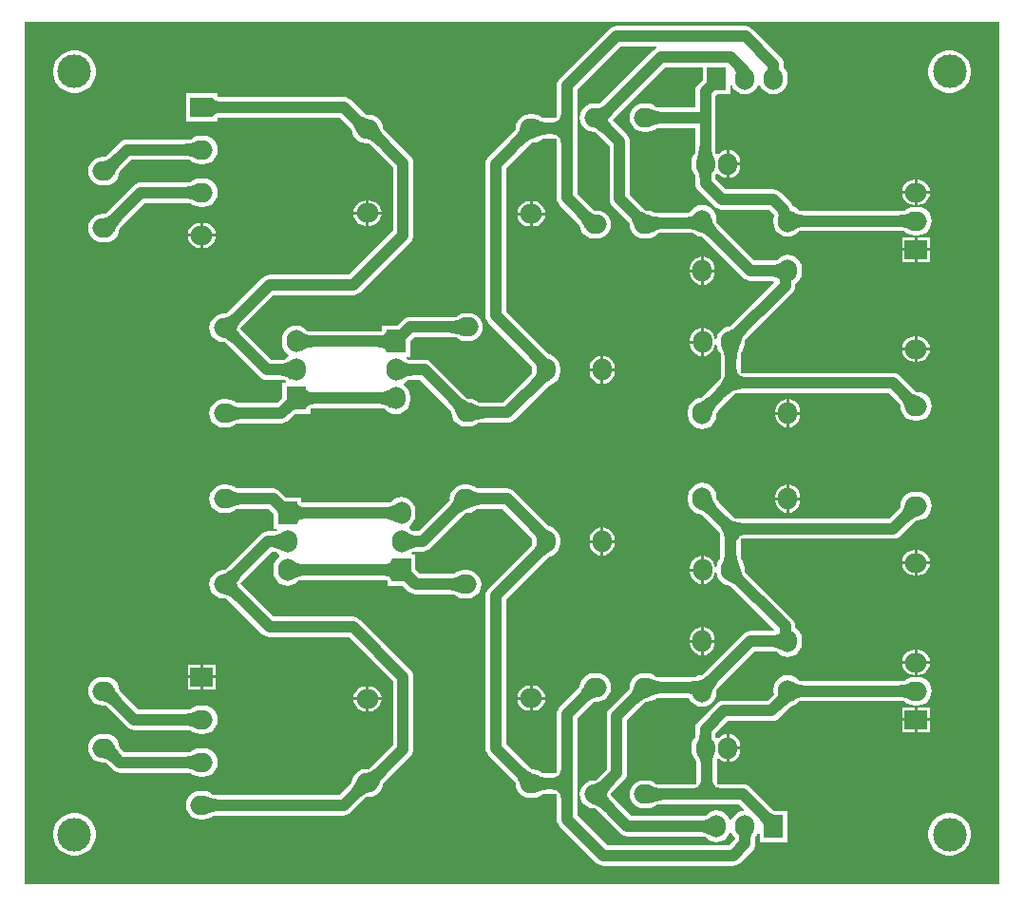
<source format=gbl>
G04*
G04 #@! TF.GenerationSoftware,Altium Limited,Altium Designer,22.10.1 (41)*
G04*
G04 Layer_Physical_Order=2*
G04 Layer_Color=16711680*
%FSLAX25Y25*%
%MOIN*%
G70*
G04*
G04 #@! TF.SameCoordinates,29EE3482-A75D-48CA-8BFF-185FBC0ED275*
G04*
G04*
G04 #@! TF.FilePolarity,Positive*
G04*
G01*
G75*
%ADD16O,0.07874X0.06693*%
%ADD17R,0.07874X0.06693*%
%ADD20R,0.06693X0.07874*%
%ADD21O,0.06693X0.07874*%
%ADD22C,0.11811*%
%ADD23C,0.03937*%
G36*
X344341Y2115D02*
X2115D01*
Y304971D01*
X344341D01*
Y2115D01*
D02*
G37*
%LPC*%
G36*
X327508Y294882D02*
X326035D01*
X324590Y294594D01*
X323228Y294030D01*
X322003Y293212D01*
X320961Y292170D01*
X320143Y290945D01*
X319579Y289583D01*
X319291Y288138D01*
Y286665D01*
X319579Y285220D01*
X320143Y283858D01*
X320961Y282633D01*
X322003Y281591D01*
X323228Y280773D01*
X324590Y280209D01*
X326035Y279921D01*
X327508D01*
X328954Y280209D01*
X330315Y280773D01*
X331540Y281591D01*
X332582Y282633D01*
X333401Y283858D01*
X333964Y285220D01*
X334252Y286665D01*
Y288138D01*
X333964Y289583D01*
X333401Y290945D01*
X332582Y292170D01*
X331540Y293212D01*
X330315Y294030D01*
X328954Y294594D01*
X327508Y294882D01*
D02*
G37*
G36*
X20422D02*
X18948D01*
X17503Y294594D01*
X16142Y294030D01*
X14917Y293212D01*
X13875Y292170D01*
X13056Y290945D01*
X12492Y289583D01*
X12205Y288138D01*
Y286665D01*
X12492Y285220D01*
X13056Y283858D01*
X13875Y282633D01*
X14917Y281591D01*
X16142Y280773D01*
X17503Y280209D01*
X18948Y279921D01*
X20422D01*
X21867Y280209D01*
X23228Y280773D01*
X24453Y281591D01*
X25495Y282633D01*
X26314Y283858D01*
X26878Y285220D01*
X27165Y286665D01*
Y288138D01*
X26878Y289583D01*
X26314Y290945D01*
X25495Y292170D01*
X24453Y293212D01*
X23228Y294030D01*
X21867Y294594D01*
X20422Y294882D01*
D02*
G37*
G36*
X255161Y303413D02*
X209839D01*
X208914Y303291D01*
X208052Y302934D01*
X207312Y302366D01*
X189973Y285027D01*
X189405Y284287D01*
X189048Y283425D01*
X188926Y282500D01*
Y271278D01*
X188834Y271166D01*
X188722Y271074D01*
X184017D01*
X183072Y271799D01*
X181875Y272295D01*
X180591Y272464D01*
X179409D01*
X178125Y272295D01*
X176928Y271799D01*
X175900Y271010D01*
X175111Y269982D01*
X174615Y268785D01*
X174446Y267500D01*
X174504Y267058D01*
X164973Y257527D01*
X164405Y256787D01*
X164048Y255925D01*
X163926Y255000D01*
Y201772D01*
X164048Y200847D01*
X164405Y199985D01*
X164973Y199245D01*
X180275Y183943D01*
X180194Y183327D01*
Y182146D01*
X180275Y181530D01*
X170055Y171310D01*
X161517D01*
X160572Y172035D01*
X159375Y172531D01*
X158091Y172700D01*
X157590D01*
X145027Y185263D01*
X144287Y185831D01*
X143425Y186188D01*
X142500Y186310D01*
X136414D01*
X136096Y186724D01*
X136262Y187224D01*
X137421D01*
Y192603D01*
X138980Y194162D01*
X153483D01*
X154428Y193438D01*
X155625Y192942D01*
X156909Y192772D01*
X158091D01*
X159375Y192942D01*
X160572Y193438D01*
X161600Y194226D01*
X162389Y195254D01*
X162885Y196451D01*
X163054Y197736D01*
X162885Y199021D01*
X162389Y200218D01*
X161600Y201246D01*
X160572Y202035D01*
X159375Y202531D01*
X158091Y202700D01*
X156909D01*
X155625Y202531D01*
X154428Y202035D01*
X153483Y201310D01*
X137500D01*
X136575Y201188D01*
X135713Y200831D01*
X134973Y200263D01*
X132958Y198248D01*
X127579D01*
Y196310D01*
X101414D01*
X101010Y196837D01*
X99982Y197626D01*
X98785Y198121D01*
X97500Y198291D01*
X96215Y198121D01*
X95018Y197626D01*
X93990Y196837D01*
X93201Y195809D01*
X92705Y194612D01*
X92536Y193327D01*
Y192146D01*
X92705Y190861D01*
X93201Y189664D01*
X93990Y188636D01*
X94770Y188037D01*
Y187435D01*
X93990Y186837D01*
X93586Y186310D01*
X88744D01*
X77996Y197058D01*
X78041Y197396D01*
X89571Y208926D01*
X117500D01*
X118425Y209048D01*
X119287Y209405D01*
X120027Y209973D01*
X137527Y227473D01*
X138095Y228213D01*
X138452Y229075D01*
X138574Y230000D01*
X138574Y230000D01*
Y255354D01*
X138574Y255354D01*
X138452Y256279D01*
X138095Y257141D01*
X137527Y257881D01*
X137527Y257881D01*
X128041Y267368D01*
X127885Y268549D01*
X127389Y269746D01*
X126600Y270774D01*
X125572Y271563D01*
X124375Y272058D01*
X123091Y272228D01*
X122000D01*
X116760Y277468D01*
X116019Y278036D01*
X115157Y278393D01*
X114232Y278515D01*
X69862D01*
Y279862D01*
X58839D01*
Y270020D01*
X69862D01*
Y271367D01*
X112752D01*
X116959Y267160D01*
X117115Y265979D01*
X117611Y264782D01*
X118400Y263754D01*
X119428Y262965D01*
X120625Y262469D01*
X121909Y262300D01*
X123000D01*
X131426Y253874D01*
Y231480D01*
X116020Y216074D01*
X88090D01*
X87166Y215952D01*
X86304Y215595D01*
X85563Y215027D01*
X73000Y202464D01*
X71909D01*
X70625Y202295D01*
X69428Y201799D01*
X68400Y201010D01*
X67611Y199982D01*
X67115Y198785D01*
X66946Y197500D01*
X67115Y196215D01*
X67611Y195018D01*
X68400Y193990D01*
X69428Y193201D01*
X70625Y192705D01*
X71909Y192536D01*
X72409D01*
X84737Y180209D01*
X84737Y180209D01*
X85477Y179641D01*
X86339Y179284D01*
X87264Y179162D01*
X87264Y179162D01*
X93586D01*
X93904Y178748D01*
X93738Y178248D01*
X92579D01*
Y172869D01*
X90783Y171074D01*
X76517D01*
X75572Y171799D01*
X74375Y172295D01*
X73091Y172464D01*
X71909D01*
X70625Y172295D01*
X69428Y171799D01*
X68400Y171010D01*
X67611Y169982D01*
X67115Y168785D01*
X66946Y167500D01*
X67115Y166215D01*
X67611Y165018D01*
X68400Y163990D01*
X69428Y163201D01*
X70625Y162705D01*
X71909Y162536D01*
X73091D01*
X74375Y162705D01*
X75572Y163201D01*
X76517Y163926D01*
X92264D01*
X93189Y164048D01*
X94051Y164405D01*
X94791Y164973D01*
X97042Y167224D01*
X102421D01*
Y169162D01*
X128586D01*
X128990Y168636D01*
X130018Y167847D01*
X131215Y167351D01*
X132500Y167182D01*
X133785Y167351D01*
X134982Y167847D01*
X136010Y168636D01*
X136799Y169664D01*
X137295Y170861D01*
X137464Y172146D01*
Y173327D01*
X137295Y174611D01*
X136799Y175809D01*
X136010Y176837D01*
X135230Y177435D01*
Y178037D01*
X136010Y178636D01*
X136414Y179162D01*
X141020D01*
X152004Y168178D01*
X151946Y167736D01*
X152115Y166452D01*
X152611Y165254D01*
X153400Y164226D01*
X154428Y163437D01*
X155625Y162942D01*
X156909Y162773D01*
X158091D01*
X159375Y162942D01*
X160572Y163437D01*
X161517Y164162D01*
X171535D01*
X172460Y164284D01*
X173322Y164641D01*
X174063Y165209D01*
X186169Y177315D01*
X186442Y177351D01*
X187639Y177847D01*
X188667Y178636D01*
X189456Y179664D01*
X189952Y180861D01*
X190121Y182146D01*
Y183327D01*
X189952Y184611D01*
X189456Y185809D01*
X188667Y186837D01*
X187639Y187626D01*
X186442Y188121D01*
X186169Y188157D01*
X171074Y203252D01*
Y253520D01*
X180090Y262536D01*
X180591D01*
X181875Y262705D01*
X183072Y263201D01*
X184017Y263926D01*
X188722D01*
X188834Y263834D01*
X188926Y263722D01*
Y243130D01*
X189048Y242205D01*
X189405Y241343D01*
X189973Y240603D01*
X196959Y233616D01*
X197115Y232436D01*
X197611Y231239D01*
X198400Y230210D01*
X199428Y229422D01*
X200625Y228926D01*
X201909Y228757D01*
X203091D01*
X204375Y228926D01*
X205572Y229422D01*
X206600Y230210D01*
X207389Y231239D01*
X207885Y232436D01*
X208054Y233720D01*
X207885Y235005D01*
X207389Y236202D01*
X206600Y237230D01*
X205572Y238019D01*
X204375Y238515D01*
X203091Y238684D01*
X202000D01*
X196074Y244610D01*
Y267500D01*
Y281020D01*
X211319Y296265D01*
X223977D01*
X224076Y295765D01*
X223666Y295595D01*
X222926Y295027D01*
X204020Y276121D01*
X203091Y276243D01*
X201909D01*
X200625Y276074D01*
X199428Y275578D01*
X198400Y274790D01*
X197611Y273762D01*
X197115Y272564D01*
X196946Y271280D01*
X197115Y269995D01*
X197611Y268798D01*
X198400Y267770D01*
X199428Y266981D01*
X200625Y266485D01*
X201909Y266316D01*
X202410D01*
X207425Y261300D01*
Y242721D01*
X207547Y241796D01*
X207904Y240934D01*
X208472Y240194D01*
X214504Y234162D01*
X214446Y233720D01*
X214615Y232436D01*
X215111Y231239D01*
X215900Y230210D01*
X216928Y229422D01*
X218125Y228926D01*
X219409Y228757D01*
X220591D01*
X221875Y228926D01*
X223072Y229422D01*
X224100Y230210D01*
X224542Y230786D01*
X236638D01*
X237518Y230111D01*
X238715Y229615D01*
X239896Y229459D01*
X254382Y214973D01*
X255122Y214405D01*
X255984Y214048D01*
X256909Y213926D01*
X264996D01*
X265203Y213426D01*
X249817Y198041D01*
X248637Y197885D01*
X247439Y197389D01*
X246411Y196600D01*
X245622Y195572D01*
X245127Y194375D01*
X244957Y193091D01*
X244463D01*
X244313Y194225D01*
X243875Y195282D01*
X243179Y196191D01*
X242271Y196887D01*
X241213Y197325D01*
X240579Y197409D01*
Y192500D01*
Y187591D01*
X241213Y187675D01*
X242271Y188113D01*
X243179Y188810D01*
X243875Y189717D01*
X244313Y190775D01*
X244463Y191909D01*
X244957D01*
X245127Y190625D01*
X245622Y189428D01*
X246411Y188400D01*
X246426Y188388D01*
Y179629D01*
X246408Y179579D01*
X246385Y179530D01*
X239896Y173041D01*
X238715Y172885D01*
X237518Y172389D01*
X236490Y171600D01*
X235701Y170572D01*
X235205Y169375D01*
X235036Y168091D01*
Y166909D01*
X235205Y165625D01*
X235701Y164428D01*
X236490Y163400D01*
X237518Y162611D01*
X238715Y162115D01*
X240000Y161946D01*
X241285Y162115D01*
X242482Y162611D01*
X243510Y163400D01*
X244299Y164428D01*
X244795Y165625D01*
X244964Y166909D01*
Y167410D01*
X245027Y167473D01*
X245595Y168213D01*
X245891Y168927D01*
X251439Y174476D01*
X251488Y174498D01*
X251539Y174517D01*
X305429D01*
X309504Y170442D01*
X309446Y170000D01*
X309615Y168715D01*
X310111Y167518D01*
X310900Y166490D01*
X311928Y165701D01*
X313125Y165205D01*
X314409Y165036D01*
X315591D01*
X316875Y165205D01*
X318073Y165701D01*
X319100Y166490D01*
X319889Y167518D01*
X320385Y168715D01*
X320554Y170000D01*
X320385Y171285D01*
X319889Y172482D01*
X319100Y173510D01*
X318073Y174299D01*
X316875Y174795D01*
X315591Y174964D01*
X315090D01*
X309437Y180618D01*
X308696Y181186D01*
X307835Y181543D01*
X306909Y181664D01*
X253778D01*
X253666Y181756D01*
X253574Y181869D01*
Y188586D01*
X254220Y189428D01*
X254716Y190625D01*
X254885Y191909D01*
Y193000D01*
X271623Y209738D01*
X271623Y209738D01*
X272191Y210478D01*
X272548Y211340D01*
X272670Y212265D01*
Y212755D01*
X273510Y213400D01*
X274299Y214428D01*
X274795Y215625D01*
X274964Y216909D01*
Y218091D01*
X274795Y219375D01*
X274299Y220572D01*
X273510Y221600D01*
X272482Y222389D01*
X271285Y222885D01*
X270000Y223054D01*
X268715Y222885D01*
X267518Y222389D01*
X266490Y221600D01*
X266086Y221074D01*
X258390D01*
X244964Y234500D01*
Y235591D01*
X244795Y236875D01*
X244299Y238072D01*
X243510Y239100D01*
X242482Y239889D01*
X241285Y240385D01*
X240000Y240554D01*
X238715Y240385D01*
X237518Y239889D01*
X236490Y239100D01*
X235701Y238072D01*
X235644Y237934D01*
X223183D01*
X223072Y238019D01*
X221875Y238515D01*
X220591Y238684D01*
X220091D01*
X214573Y244201D01*
Y262780D01*
X214451Y263705D01*
X214094Y264567D01*
X213526Y265307D01*
X208420Y270413D01*
X226933Y288926D01*
X240079D01*
Y284542D01*
X238536Y283000D01*
X237968Y282259D01*
X237611Y281397D01*
X237489Y280472D01*
Y274853D01*
X224017D01*
X223072Y275578D01*
X221875Y276074D01*
X220591Y276243D01*
X219409D01*
X218125Y276074D01*
X216928Y275578D01*
X215900Y274790D01*
X215111Y273762D01*
X214615Y272564D01*
X214446Y271280D01*
X214615Y269995D01*
X215111Y268798D01*
X215900Y267770D01*
X216928Y266981D01*
X218125Y266485D01*
X219409Y266316D01*
X220591D01*
X221875Y266485D01*
X223072Y266981D01*
X224017Y267706D01*
X237489D01*
Y259017D01*
X236764Y258072D01*
X236268Y256875D01*
X236099Y255591D01*
Y254409D01*
X236268Y253125D01*
X236764Y251928D01*
X237489Y250983D01*
Y248307D01*
X237611Y247382D01*
X237968Y246520D01*
X238536Y245780D01*
X244343Y239973D01*
X245083Y239405D01*
X245945Y239048D01*
X246870Y238926D01*
X246870Y238926D01*
X263520D01*
X265096Y237350D01*
X265170Y236789D01*
X265188Y236745D01*
X265036Y235591D01*
Y234409D01*
X265205Y233125D01*
X265701Y231928D01*
X266490Y230900D01*
X267518Y230111D01*
X268715Y229615D01*
X270000Y229446D01*
X271285Y229615D01*
X272482Y230111D01*
X273510Y230900D01*
X273914Y231426D01*
X310983D01*
X311928Y230701D01*
X313125Y230205D01*
X314409Y230036D01*
X315591D01*
X316875Y230205D01*
X318072Y230701D01*
X319100Y231490D01*
X319889Y232518D01*
X320385Y233715D01*
X320554Y235000D01*
X320385Y236285D01*
X319889Y237482D01*
X319100Y238510D01*
X318072Y239299D01*
X316875Y239795D01*
X315591Y239964D01*
X314409D01*
X313125Y239795D01*
X311928Y239299D01*
X310983Y238574D01*
X273914D01*
X273510Y239100D01*
X272482Y239889D01*
X271947Y240111D01*
X271717Y240665D01*
X271149Y241405D01*
X267527Y245027D01*
X266787Y245595D01*
X265925Y245952D01*
X265000Y246074D01*
X248350D01*
X244637Y249787D01*
Y250983D01*
X245047Y251518D01*
X245677D01*
X245837Y251309D01*
X246745Y250613D01*
X247802Y250175D01*
X248437Y250091D01*
Y255000D01*
Y259909D01*
X247802Y259825D01*
X246745Y259387D01*
X245837Y258691D01*
X245677Y258482D01*
X245047D01*
X244637Y259017D01*
Y271280D01*
Y278992D01*
X245133Y279488D01*
X249921D01*
Y282504D01*
X250421Y282604D01*
X250701Y281928D01*
X251490Y280900D01*
X252518Y280111D01*
X253715Y279615D01*
X255000Y279446D01*
X256285Y279615D01*
X257482Y280111D01*
X258510Y280900D01*
X259299Y281928D01*
X259743Y283001D01*
X259744Y283001D01*
X260256D01*
X260257Y283001D01*
X260701Y281928D01*
X261490Y280900D01*
X262518Y280111D01*
X263715Y279615D01*
X265000Y279446D01*
X266285Y279615D01*
X267482Y280111D01*
X268510Y280900D01*
X269299Y281928D01*
X269795Y283125D01*
X269964Y284409D01*
Y285591D01*
X269795Y286875D01*
X269299Y288072D01*
X268574Y289017D01*
Y290000D01*
X268452Y290925D01*
X268095Y291787D01*
X267527Y292527D01*
X257688Y302366D01*
X256948Y302934D01*
X256086Y303291D01*
X255161Y303413D01*
D02*
G37*
G36*
X249437Y259909D02*
Y255500D01*
X253321D01*
Y255591D01*
X253172Y256725D01*
X252734Y257783D01*
X252037Y258691D01*
X251129Y259387D01*
X250072Y259825D01*
X249437Y259909D01*
D02*
G37*
G36*
X64941Y264905D02*
X63760D01*
X62475Y264736D01*
X61278Y264240D01*
X60410Y263574D01*
X38091D01*
X37166Y263452D01*
X36304Y263095D01*
X35563Y262527D01*
X30500Y257464D01*
X29409D01*
X28125Y257295D01*
X26928Y256799D01*
X25900Y256010D01*
X25111Y254982D01*
X24615Y253785D01*
X24446Y252500D01*
X24615Y251215D01*
X25111Y250018D01*
X25900Y248990D01*
X26928Y248201D01*
X28125Y247705D01*
X29409Y247536D01*
X30591D01*
X31875Y247705D01*
X33072Y248201D01*
X34100Y248990D01*
X34889Y250018D01*
X35385Y251215D01*
X35541Y252396D01*
X39571Y256426D01*
X60256D01*
X61278Y255642D01*
X62475Y255146D01*
X63760Y254977D01*
X64941D01*
X66226Y255146D01*
X67423Y255642D01*
X68451Y256431D01*
X69240Y257459D01*
X69735Y258656D01*
X69905Y259941D01*
X69735Y261226D01*
X69240Y262423D01*
X68451Y263451D01*
X67423Y264240D01*
X66226Y264736D01*
X64941Y264905D01*
D02*
G37*
G36*
X253321Y254500D02*
X249437D01*
Y250091D01*
X250072Y250175D01*
X251129Y250613D01*
X252037Y251309D01*
X252734Y252218D01*
X253172Y253275D01*
X253321Y254409D01*
Y254500D01*
D02*
G37*
G36*
X64941Y249905D02*
X63760D01*
X62475Y249735D01*
X61278Y249240D01*
X60333Y248515D01*
X43032D01*
X43031Y248515D01*
X42107Y248393D01*
X41245Y248036D01*
X40504Y247468D01*
X40504Y247468D01*
X30500Y237464D01*
X29409D01*
X28125Y237295D01*
X26928Y236799D01*
X25900Y236010D01*
X25111Y234982D01*
X24615Y233785D01*
X24446Y232500D01*
X24615Y231215D01*
X25111Y230018D01*
X25900Y228990D01*
X26928Y228201D01*
X28125Y227705D01*
X29409Y227536D01*
X30591D01*
X31875Y227705D01*
X33072Y228201D01*
X34100Y228990D01*
X34889Y230018D01*
X35385Y231215D01*
X35541Y232396D01*
X44512Y241367D01*
X60333D01*
X61278Y240642D01*
X62475Y240146D01*
X63760Y239977D01*
X64941D01*
X66226Y240146D01*
X67423Y240642D01*
X68451Y241431D01*
X69240Y242459D01*
X69735Y243656D01*
X69905Y244941D01*
X69735Y246226D01*
X69240Y247423D01*
X68451Y248451D01*
X67423Y249240D01*
X66226Y249735D01*
X64941Y249905D01*
D02*
G37*
G36*
X315591Y249384D02*
X315500D01*
Y245500D01*
X319909D01*
X319825Y246135D01*
X319387Y247192D01*
X318690Y248100D01*
X317782Y248797D01*
X316725Y249235D01*
X315591Y249384D01*
D02*
G37*
G36*
X314500D02*
X314409D01*
X313275Y249235D01*
X312217Y248797D01*
X311310Y248100D01*
X310613Y247192D01*
X310175Y246135D01*
X310091Y245500D01*
X314500D01*
Y249384D01*
D02*
G37*
G36*
X319909Y244500D02*
X315500D01*
Y240616D01*
X315591D01*
X316725Y240765D01*
X317782Y241203D01*
X318690Y241900D01*
X319387Y242808D01*
X319825Y243865D01*
X319909Y244500D01*
D02*
G37*
G36*
X314500D02*
X310091D01*
X310175Y243865D01*
X310613Y242808D01*
X311310Y241900D01*
X312217Y241203D01*
X313275Y240765D01*
X314409Y240616D01*
X314500D01*
Y244500D01*
D02*
G37*
G36*
X123091Y242120D02*
X123000D01*
Y238236D01*
X127409D01*
X127325Y238871D01*
X126887Y239928D01*
X126190Y240836D01*
X125283Y241533D01*
X124225Y241971D01*
X123091Y242120D01*
D02*
G37*
G36*
X122000D02*
X121909D01*
X120775Y241971D01*
X119718Y241533D01*
X118809Y240836D01*
X118113Y239928D01*
X117675Y238871D01*
X117591Y238236D01*
X122000D01*
Y242120D01*
D02*
G37*
G36*
X180591Y241884D02*
X180500D01*
Y238000D01*
X184909D01*
X184825Y238635D01*
X184387Y239692D01*
X183691Y240600D01*
X182782Y241297D01*
X181725Y241735D01*
X180591Y241884D01*
D02*
G37*
G36*
X179500D02*
X179409D01*
X178275Y241735D01*
X177217Y241297D01*
X176310Y240600D01*
X175613Y239692D01*
X175175Y238635D01*
X175091Y238000D01*
X179500D01*
Y241884D01*
D02*
G37*
G36*
X127409Y237236D02*
X123000D01*
Y233352D01*
X123091D01*
X124225Y233502D01*
X125283Y233940D01*
X126190Y234636D01*
X126887Y235544D01*
X127325Y236602D01*
X127409Y237236D01*
D02*
G37*
G36*
X122000D02*
X117591D01*
X117675Y236602D01*
X118113Y235544D01*
X118809Y234636D01*
X119718Y233940D01*
X120775Y233502D01*
X121909Y233352D01*
X122000D01*
Y237236D01*
D02*
G37*
G36*
X184909Y237000D02*
X180500D01*
Y233116D01*
X180591D01*
X181725Y233265D01*
X182782Y233703D01*
X183691Y234400D01*
X184387Y235308D01*
X184825Y236365D01*
X184909Y237000D01*
D02*
G37*
G36*
X179500D02*
X175091D01*
X175175Y236365D01*
X175613Y235308D01*
X176310Y234400D01*
X177217Y233703D01*
X178275Y233265D01*
X179409Y233116D01*
X179500D01*
Y237000D01*
D02*
G37*
G36*
X64941Y234325D02*
X64850D01*
Y230441D01*
X69259D01*
X69175Y231076D01*
X68738Y232133D01*
X68041Y233041D01*
X67133Y233738D01*
X66076Y234175D01*
X64941Y234325D01*
D02*
G37*
G36*
X63850D02*
X63760D01*
X62625Y234175D01*
X61568Y233738D01*
X60660Y233041D01*
X59963Y232133D01*
X59525Y231076D01*
X59442Y230441D01*
X63850D01*
Y234325D01*
D02*
G37*
G36*
X69259Y229441D02*
X64850D01*
Y225557D01*
X64941D01*
X66076Y225706D01*
X67133Y226144D01*
X68041Y226841D01*
X68738Y227749D01*
X69175Y228806D01*
X69259Y229441D01*
D02*
G37*
G36*
X63850D02*
X59442D01*
X59525Y228806D01*
X59963Y227749D01*
X60660Y226841D01*
X61568Y226144D01*
X62625Y225706D01*
X63760Y225557D01*
X63850D01*
Y229441D01*
D02*
G37*
G36*
X319937Y229346D02*
X315500D01*
Y225500D01*
X319937D01*
Y229346D01*
D02*
G37*
G36*
X314500D02*
X310063D01*
Y225500D01*
X314500D01*
Y229346D01*
D02*
G37*
G36*
X319937Y224500D02*
X315500D01*
Y220654D01*
X319937D01*
Y224500D01*
D02*
G37*
G36*
X314500D02*
X310063D01*
Y220654D01*
X314500D01*
Y224500D01*
D02*
G37*
G36*
X240500Y222409D02*
Y218000D01*
X244384D01*
Y218091D01*
X244235Y219225D01*
X243797Y220283D01*
X243100Y221191D01*
X242192Y221887D01*
X241135Y222325D01*
X240500Y222409D01*
D02*
G37*
G36*
X239500D02*
X238865Y222325D01*
X237808Y221887D01*
X236900Y221191D01*
X236203Y220283D01*
X235765Y219225D01*
X235616Y218091D01*
Y218000D01*
X239500D01*
Y222409D01*
D02*
G37*
G36*
X244384Y217000D02*
X240500D01*
Y212591D01*
X241135Y212675D01*
X242192Y213113D01*
X243100Y213809D01*
X243797Y214718D01*
X244235Y215775D01*
X244384Y216909D01*
Y217000D01*
D02*
G37*
G36*
X239500D02*
X235616D01*
Y216909D01*
X235765Y215775D01*
X236203Y214718D01*
X236900Y213809D01*
X237808Y213113D01*
X238865Y212675D01*
X239500Y212591D01*
Y217000D01*
D02*
G37*
G36*
X239579Y197409D02*
X238944Y197325D01*
X237887Y196887D01*
X236979Y196191D01*
X236282Y195282D01*
X235844Y194225D01*
X235695Y193091D01*
Y193000D01*
X239579D01*
Y197409D01*
D02*
G37*
G36*
X315591Y194384D02*
X315500D01*
Y190500D01*
X319909D01*
X319825Y191135D01*
X319387Y192192D01*
X318690Y193100D01*
X317783Y193797D01*
X316725Y194235D01*
X315591Y194384D01*
D02*
G37*
G36*
X314500D02*
X314409D01*
X313275Y194235D01*
X312217Y193797D01*
X311310Y193100D01*
X310613Y192192D01*
X310175Y191135D01*
X310091Y190500D01*
X314500D01*
Y194384D01*
D02*
G37*
G36*
X239579Y192000D02*
X235695D01*
Y191909D01*
X235844Y190775D01*
X236282Y189717D01*
X236979Y188810D01*
X237887Y188113D01*
X238944Y187675D01*
X239579Y187591D01*
Y192000D01*
D02*
G37*
G36*
X319909Y189500D02*
X315500D01*
Y185616D01*
X315591D01*
X316725Y185765D01*
X317783Y186203D01*
X318690Y186900D01*
X319387Y187808D01*
X319825Y188865D01*
X319909Y189500D01*
D02*
G37*
G36*
X314500D02*
X310091D01*
X310175Y188865D01*
X310613Y187808D01*
X311310Y186900D01*
X312217Y186203D01*
X313275Y185765D01*
X314409Y185616D01*
X314500D01*
Y189500D01*
D02*
G37*
G36*
X205343Y187645D02*
Y183236D01*
X209226D01*
Y183327D01*
X209077Y184461D01*
X208639Y185519D01*
X207942Y186427D01*
X207034Y187123D01*
X205977Y187561D01*
X205343Y187645D01*
D02*
G37*
G36*
X204343D02*
X203708Y187561D01*
X202650Y187123D01*
X201743Y186427D01*
X201046Y185519D01*
X200608Y184461D01*
X200459Y183327D01*
Y183236D01*
X204343D01*
Y187645D01*
D02*
G37*
G36*
X209226Y182236D02*
X205343D01*
Y177828D01*
X205977Y177911D01*
X207034Y178349D01*
X207942Y179046D01*
X208639Y179954D01*
X209077Y181011D01*
X209226Y182146D01*
Y182236D01*
D02*
G37*
G36*
X204343D02*
X200459D01*
Y182146D01*
X200608Y181011D01*
X201046Y179954D01*
X201743Y179046D01*
X202650Y178349D01*
X203708Y177911D01*
X204343Y177828D01*
Y182236D01*
D02*
G37*
G36*
X270500Y172409D02*
Y168000D01*
X274384D01*
Y168091D01*
X274235Y169225D01*
X273797Y170282D01*
X273100Y171191D01*
X272192Y171887D01*
X271135Y172325D01*
X270500Y172409D01*
D02*
G37*
G36*
X269500D02*
X268865Y172325D01*
X267808Y171887D01*
X266900Y171191D01*
X266203Y170282D01*
X265765Y169225D01*
X265616Y168091D01*
Y168000D01*
X269500D01*
Y172409D01*
D02*
G37*
G36*
X274384Y167000D02*
X270500D01*
Y162591D01*
X271135Y162675D01*
X272192Y163113D01*
X273100Y163810D01*
X273797Y164717D01*
X274235Y165775D01*
X274384Y166909D01*
Y167000D01*
D02*
G37*
G36*
X269500D02*
X265616D01*
Y166909D01*
X265765Y165775D01*
X266203Y164717D01*
X266900Y163810D01*
X267808Y163113D01*
X268865Y162675D01*
X269500Y162591D01*
Y167000D01*
D02*
G37*
G36*
X270500Y142409D02*
Y138000D01*
X274384D01*
Y138091D01*
X274235Y139225D01*
X273797Y140282D01*
X273100Y141191D01*
X272192Y141887D01*
X271135Y142325D01*
X270500Y142409D01*
D02*
G37*
G36*
X269500D02*
X268865Y142325D01*
X267808Y141887D01*
X266900Y141191D01*
X266203Y140282D01*
X265765Y139225D01*
X265616Y138091D01*
Y138000D01*
X269500D01*
Y142409D01*
D02*
G37*
G36*
X274384Y137000D02*
X270500D01*
Y132591D01*
X271135Y132675D01*
X272192Y133113D01*
X273100Y133809D01*
X273797Y134718D01*
X274235Y135775D01*
X274384Y136909D01*
Y137000D01*
D02*
G37*
G36*
X269500D02*
X265616D01*
Y136909D01*
X265765Y135775D01*
X266203Y134718D01*
X266900Y133809D01*
X267808Y133113D01*
X268865Y132675D01*
X269500Y132591D01*
Y137000D01*
D02*
G37*
G36*
X205343Y127409D02*
Y123000D01*
X209227D01*
Y123091D01*
X209077Y124225D01*
X208639Y125283D01*
X207943Y126190D01*
X207035Y126887D01*
X205977Y127325D01*
X205343Y127409D01*
D02*
G37*
G36*
X204343D02*
X203708Y127325D01*
X202651Y126887D01*
X201743Y126190D01*
X201046Y125283D01*
X200608Y124225D01*
X200459Y123091D01*
Y123000D01*
X204343D01*
Y127409D01*
D02*
G37*
G36*
X209227Y122000D02*
X205343D01*
Y117591D01*
X205977Y117675D01*
X207035Y118113D01*
X207943Y118809D01*
X208639Y119718D01*
X209077Y120775D01*
X209227Y121909D01*
Y122000D01*
D02*
G37*
G36*
X204343D02*
X200459D01*
Y121909D01*
X200608Y120775D01*
X201046Y119718D01*
X201743Y118809D01*
X202651Y118113D01*
X203708Y117675D01*
X204343Y117591D01*
Y122000D01*
D02*
G37*
G36*
X315591Y119384D02*
X315500D01*
Y115500D01*
X319909D01*
X319825Y116135D01*
X319387Y117192D01*
X318690Y118100D01*
X317783Y118797D01*
X316725Y119235D01*
X315591Y119384D01*
D02*
G37*
G36*
X314500D02*
X314409D01*
X313275Y119235D01*
X312217Y118797D01*
X311310Y118100D01*
X310613Y117192D01*
X310175Y116135D01*
X310091Y115500D01*
X314500D01*
Y119384D01*
D02*
G37*
G36*
X240000Y143054D02*
X238715Y142885D01*
X237518Y142389D01*
X236490Y141600D01*
X235701Y140572D01*
X235205Y139375D01*
X235036Y138091D01*
Y136909D01*
X235205Y135625D01*
X235701Y134428D01*
X236490Y133400D01*
X237518Y132611D01*
X238715Y132115D01*
X239896Y131959D01*
X246306Y125549D01*
X246329Y125500D01*
X246347Y125450D01*
Y116517D01*
X245622Y115572D01*
X245127Y114375D01*
X244957Y113091D01*
X244463D01*
X244313Y114225D01*
X243875Y115282D01*
X243179Y116191D01*
X242271Y116887D01*
X241213Y117325D01*
X240579Y117409D01*
Y112500D01*
Y107591D01*
X241213Y107675D01*
X242271Y108113D01*
X243179Y108809D01*
X243875Y109718D01*
X244313Y110775D01*
X244463Y111909D01*
X244957D01*
X245127Y110625D01*
X245622Y109428D01*
X246411Y108400D01*
X247439Y107611D01*
X248636Y107115D01*
X249817Y106959D01*
X265202Y91574D01*
X264995Y91074D01*
X256909D01*
X255984Y90952D01*
X255122Y90595D01*
X254382Y90027D01*
X239896Y75541D01*
X238715Y75385D01*
X237518Y74889D01*
X237472Y74853D01*
X224017D01*
X223072Y75578D01*
X221875Y76074D01*
X220591Y76243D01*
X219409D01*
X218125Y76074D01*
X216928Y75578D01*
X215900Y74790D01*
X215111Y73761D01*
X214615Y72564D01*
X214446Y71280D01*
X214504Y70838D01*
X207473Y63807D01*
X206905Y63067D01*
X206548Y62205D01*
X206426Y61280D01*
Y42701D01*
X202410Y38684D01*
X201909D01*
X200625Y38515D01*
X199428Y38019D01*
X198400Y37230D01*
X197611Y36202D01*
X197115Y35005D01*
X196946Y33720D01*
X197115Y32436D01*
X197611Y31238D01*
X198400Y30211D01*
X199428Y29422D01*
X200625Y28926D01*
X201909Y28757D01*
X202410D01*
X211193Y19973D01*
X211933Y19405D01*
X212795Y19048D01*
X213720Y18926D01*
X241086D01*
X241490Y18400D01*
X242518Y17611D01*
X243715Y17115D01*
X245000Y16946D01*
X246285Y17115D01*
X247482Y17611D01*
X248510Y18400D01*
X249299Y19428D01*
X249743Y20501D01*
X249744Y20501D01*
X250256D01*
X250257Y20501D01*
X250701Y19428D01*
X251426Y18483D01*
Y17878D01*
X249304Y15755D01*
X206799D01*
X196074Y26480D01*
Y37500D01*
Y60390D01*
X202000Y66316D01*
X203091D01*
X204375Y66485D01*
X205572Y66981D01*
X206600Y67770D01*
X207389Y68798D01*
X207885Y69995D01*
X208054Y71280D01*
X207885Y72564D01*
X207389Y73761D01*
X206600Y74790D01*
X205572Y75578D01*
X204375Y76074D01*
X203091Y76243D01*
X201909D01*
X200625Y76074D01*
X199428Y75578D01*
X198400Y74790D01*
X197611Y73761D01*
X197115Y72564D01*
X196959Y71384D01*
X189973Y64397D01*
X189405Y63657D01*
X189048Y62795D01*
X188926Y61870D01*
Y41278D01*
X188834Y41166D01*
X188722Y41074D01*
X184017D01*
X183072Y41799D01*
X181875Y42295D01*
X180591Y42464D01*
X180090D01*
X171074Y51480D01*
Y101984D01*
X186169Y117079D01*
X186442Y117115D01*
X187639Y117611D01*
X188668Y118400D01*
X189456Y119428D01*
X189952Y120625D01*
X190121Y121909D01*
Y123091D01*
X189952Y124375D01*
X189456Y125572D01*
X188668Y126600D01*
X187639Y127389D01*
X186442Y127885D01*
X186169Y127921D01*
X174063Y140027D01*
X173322Y140595D01*
X172460Y140952D01*
X171536Y141074D01*
X160926D01*
X159982Y141799D01*
X158785Y142295D01*
X157500Y142464D01*
X156319D01*
X155034Y142295D01*
X153837Y141799D01*
X152809Y141010D01*
X152020Y139982D01*
X151524Y138785D01*
X151355Y137500D01*
X151413Y137058D01*
X140429Y126074D01*
X138323D01*
X137919Y126600D01*
X137139Y127199D01*
Y127801D01*
X137919Y128400D01*
X138708Y129428D01*
X139204Y130625D01*
X139373Y131909D01*
Y133091D01*
X139204Y134375D01*
X138708Y135572D01*
X137919Y136600D01*
X136891Y137389D01*
X135694Y137885D01*
X134409Y138054D01*
X133125Y137885D01*
X131928Y137389D01*
X130900Y136600D01*
X130496Y136074D01*
X99331D01*
Y138012D01*
X93952D01*
X91936Y140027D01*
X91196Y140595D01*
X90334Y140952D01*
X89409Y141074D01*
X76517D01*
X75572Y141799D01*
X74375Y142295D01*
X73091Y142464D01*
X71909D01*
X70625Y142295D01*
X69428Y141799D01*
X68400Y141010D01*
X67611Y139982D01*
X67115Y138785D01*
X66946Y137500D01*
X67115Y136215D01*
X67611Y135018D01*
X68400Y133990D01*
X69428Y133201D01*
X70625Y132705D01*
X71909Y132536D01*
X73091D01*
X74375Y132705D01*
X75572Y133201D01*
X76517Y133926D01*
X87929D01*
X89488Y132367D01*
Y126988D01*
X90647D01*
X90813Y126488D01*
X90496Y126074D01*
X87500D01*
X86575Y125952D01*
X85713Y125595D01*
X84973Y125027D01*
X72409Y112464D01*
X71909D01*
X70625Y112295D01*
X69428Y111799D01*
X68400Y111010D01*
X67611Y109982D01*
X67115Y108785D01*
X66946Y107500D01*
X67115Y106215D01*
X67611Y105018D01*
X68400Y103990D01*
X69428Y103201D01*
X70625Y102705D01*
X71909Y102536D01*
X73000D01*
X85563Y89973D01*
X86304Y89405D01*
X87166Y89048D01*
X88090Y88926D01*
X116020D01*
X131426Y73520D01*
Y51126D01*
X123000Y42700D01*
X121909D01*
X120625Y42531D01*
X119428Y42035D01*
X118400Y41246D01*
X117611Y40218D01*
X117115Y39021D01*
X116959Y37841D01*
X112634Y33515D01*
X68367D01*
X67423Y34240D01*
X66226Y34736D01*
X64941Y34905D01*
X63760D01*
X62475Y34736D01*
X61278Y34240D01*
X60250Y33451D01*
X59461Y32423D01*
X58965Y31226D01*
X58796Y29941D01*
X58965Y28656D01*
X59461Y27459D01*
X60250Y26431D01*
X61278Y25642D01*
X62475Y25146D01*
X63760Y24977D01*
X64941D01*
X66226Y25146D01*
X67423Y25642D01*
X68367Y26367D01*
X114114D01*
X115039Y26489D01*
X115901Y26846D01*
X116641Y27414D01*
X122000Y32773D01*
X123091D01*
X124375Y32942D01*
X125572Y33438D01*
X126600Y34227D01*
X127389Y35254D01*
X127885Y36452D01*
X128041Y37632D01*
X137527Y47119D01*
X137527Y47119D01*
X138095Y47859D01*
X138452Y48721D01*
X138574Y49646D01*
X138574Y49646D01*
Y75000D01*
X138574Y75000D01*
X138452Y75925D01*
X138095Y76787D01*
X137527Y77527D01*
X120027Y95027D01*
X119287Y95595D01*
X118425Y95952D01*
X117500Y96074D01*
X89571D01*
X78041Y107604D01*
X77996Y107942D01*
X88980Y118926D01*
X90496D01*
X90899Y118400D01*
X91680Y117801D01*
Y117199D01*
X90899Y116600D01*
X90111Y115572D01*
X89615Y114375D01*
X89446Y113091D01*
Y111909D01*
X89615Y110625D01*
X90111Y109428D01*
X90899Y108400D01*
X91927Y107611D01*
X93125Y107115D01*
X94409Y106946D01*
X95694Y107115D01*
X96891Y107611D01*
X97919Y108400D01*
X98323Y108926D01*
X129488D01*
Y106988D01*
X134867D01*
X136882Y104973D01*
X137622Y104405D01*
X138484Y104048D01*
X139409Y103926D01*
X152892D01*
X153837Y103201D01*
X155034Y102705D01*
X156319Y102536D01*
X157500D01*
X158785Y102705D01*
X159982Y103201D01*
X161010Y103990D01*
X161799Y105018D01*
X162295Y106215D01*
X162464Y107500D01*
X162295Y108785D01*
X161799Y109982D01*
X161010Y111010D01*
X159982Y111799D01*
X158785Y112295D01*
X157500Y112464D01*
X156319D01*
X155034Y112295D01*
X153837Y111799D01*
X152892Y111074D01*
X140890D01*
X139331Y112633D01*
Y118012D01*
X138172D01*
X138005Y118512D01*
X138323Y118926D01*
X141909D01*
X142834Y119048D01*
X143696Y119405D01*
X144437Y119973D01*
X157000Y132536D01*
X157500D01*
X158785Y132705D01*
X159982Y133201D01*
X160926Y133926D01*
X170055D01*
X180275Y123706D01*
X180194Y123091D01*
Y121909D01*
X180275Y121294D01*
X164973Y105992D01*
X164405Y105251D01*
X164048Y104389D01*
X163926Y103464D01*
Y50000D01*
X164048Y49075D01*
X164405Y48213D01*
X164973Y47473D01*
X174504Y37942D01*
X174446Y37500D01*
X174615Y36215D01*
X175111Y35018D01*
X175900Y33990D01*
X176928Y33201D01*
X178125Y32705D01*
X179409Y32536D01*
X180591D01*
X181875Y32705D01*
X183072Y33201D01*
X184017Y33926D01*
X188722D01*
X188834Y33834D01*
X188926Y33722D01*
Y25000D01*
X189048Y24075D01*
X189405Y23213D01*
X189973Y22473D01*
X202791Y9654D01*
X203532Y9086D01*
X204394Y8729D01*
X205319Y8608D01*
X205319Y8608D01*
X250784D01*
X251709Y8729D01*
X252571Y9086D01*
X253311Y9654D01*
X257527Y13871D01*
X258095Y14611D01*
X258452Y15473D01*
X258574Y16398D01*
X258574Y16398D01*
Y18483D01*
X259299Y19428D01*
X259579Y20104D01*
X260079Y20004D01*
Y16988D01*
X269921D01*
Y28012D01*
X265133D01*
X256897Y36248D01*
X256157Y36816D01*
X255295Y37172D01*
X254370Y37294D01*
X245369D01*
X245256Y37386D01*
X245164Y37499D01*
Y46365D01*
X245643Y46528D01*
X245677Y46518D01*
X245837Y46310D01*
X246745Y45613D01*
X247802Y45175D01*
X248437Y45091D01*
Y50000D01*
Y54909D01*
X247802Y54825D01*
X246745Y54387D01*
X245837Y53690D01*
X245677Y53482D01*
X245047D01*
X244637Y54017D01*
Y55213D01*
X248980Y59556D01*
X264370D01*
X265295Y59678D01*
X266157Y60035D01*
X266897Y60603D01*
X270852Y64558D01*
X271285Y64615D01*
X272482Y65111D01*
X273510Y65900D01*
X273914Y66426D01*
X310983D01*
X311928Y65701D01*
X313125Y65205D01*
X314409Y65036D01*
X315591D01*
X316875Y65205D01*
X318072Y65701D01*
X319100Y66490D01*
X319889Y67518D01*
X320385Y68715D01*
X320554Y70000D01*
X320385Y71285D01*
X319889Y72482D01*
X319100Y73510D01*
X318072Y74299D01*
X316875Y74795D01*
X315591Y74964D01*
X314409D01*
X313125Y74795D01*
X311928Y74299D01*
X310983Y73574D01*
X273914D01*
X273510Y74100D01*
X272482Y74889D01*
X271285Y75385D01*
X270000Y75554D01*
X268715Y75385D01*
X267518Y74889D01*
X266490Y74100D01*
X265701Y73072D01*
X265205Y71875D01*
X265036Y70591D01*
Y69409D01*
X265101Y68915D01*
X262890Y66704D01*
X247500D01*
X246575Y66582D01*
X245713Y66225D01*
X244973Y65657D01*
X238536Y59220D01*
X237968Y58480D01*
X237611Y57618D01*
X237489Y56693D01*
Y54017D01*
X236764Y53072D01*
X236268Y51875D01*
X236099Y50591D01*
Y49409D01*
X236268Y48125D01*
X236764Y46928D01*
X237553Y45900D01*
X238016Y45544D01*
Y37499D01*
X237924Y37386D01*
X237812Y37294D01*
X224017D01*
X223072Y38019D01*
X221875Y38515D01*
X220591Y38684D01*
X219409D01*
X218125Y38515D01*
X216928Y38019D01*
X215900Y37230D01*
X215111Y36202D01*
X214615Y35005D01*
X214446Y33720D01*
X214615Y32436D01*
X215111Y31238D01*
X215900Y30211D01*
X216928Y29422D01*
X218125Y28926D01*
X219409Y28757D01*
X220591D01*
X221875Y28926D01*
X223072Y29422D01*
X224017Y30147D01*
X252890D01*
X254585Y28452D01*
X254424Y27978D01*
X253715Y27885D01*
X252518Y27389D01*
X251490Y26600D01*
X250701Y25572D01*
X250257Y24499D01*
X250256Y24499D01*
X249744D01*
X249743Y24499D01*
X249299Y25572D01*
X248510Y26600D01*
X247482Y27389D01*
X246285Y27885D01*
X245000Y28054D01*
X243715Y27885D01*
X242518Y27389D01*
X241490Y26600D01*
X241086Y26074D01*
X215201D01*
X207996Y33279D01*
X208054Y33720D01*
X207996Y34162D01*
X212527Y38693D01*
X213095Y39434D01*
X213452Y40295D01*
X213574Y41220D01*
Y59799D01*
X220091Y66316D01*
X220591D01*
X221875Y66485D01*
X223072Y66981D01*
X224017Y67706D01*
X235379D01*
X235701Y66928D01*
X236490Y65900D01*
X237518Y65111D01*
X238715Y64615D01*
X240000Y64446D01*
X241285Y64615D01*
X242482Y65111D01*
X243510Y65900D01*
X244299Y66928D01*
X244795Y68125D01*
X244964Y69409D01*
Y70500D01*
X258390Y83926D01*
X266086D01*
X266490Y83400D01*
X267518Y82611D01*
X268715Y82115D01*
X270000Y81946D01*
X271285Y82115D01*
X272482Y82611D01*
X273510Y83400D01*
X274299Y84428D01*
X274795Y85625D01*
X274964Y86909D01*
Y88091D01*
X274795Y89375D01*
X274299Y90572D01*
X273510Y91600D01*
X272670Y92245D01*
Y92734D01*
X272670Y92735D01*
X272548Y93660D01*
X272191Y94521D01*
X271623Y95262D01*
X271623Y95262D01*
X254885Y112000D01*
Y113091D01*
X254716Y114375D01*
X254220Y115572D01*
X253495Y116517D01*
Y123210D01*
X253587Y123322D01*
X253699Y123414D01*
X306988D01*
X307913Y123536D01*
X308775Y123893D01*
X309516Y124461D01*
X315090Y130036D01*
X315591D01*
X316875Y130205D01*
X318073Y130701D01*
X319100Y131490D01*
X319889Y132518D01*
X320385Y133715D01*
X320554Y135000D01*
X320385Y136285D01*
X319889Y137482D01*
X319100Y138510D01*
X318073Y139299D01*
X316875Y139795D01*
X315591Y139964D01*
X314409D01*
X313125Y139795D01*
X311928Y139299D01*
X310900Y138510D01*
X310111Y137482D01*
X309615Y136285D01*
X309446Y135000D01*
X309504Y134558D01*
X305508Y130562D01*
X251460D01*
X251409Y130581D01*
X251360Y130603D01*
X245891Y136073D01*
X245595Y136787D01*
X245027Y137527D01*
X244964Y137591D01*
Y138091D01*
X244795Y139375D01*
X244299Y140572D01*
X243510Y141600D01*
X242482Y142389D01*
X241285Y142885D01*
X240000Y143054D01*
D02*
G37*
G36*
X239579Y117409D02*
X238944Y117325D01*
X237887Y116887D01*
X236979Y116191D01*
X236282Y115282D01*
X235844Y114225D01*
X235695Y113091D01*
Y113000D01*
X239579D01*
Y117409D01*
D02*
G37*
G36*
X319909Y114500D02*
X315500D01*
Y110616D01*
X315591D01*
X316725Y110765D01*
X317783Y111203D01*
X318690Y111900D01*
X319387Y112808D01*
X319825Y113865D01*
X319909Y114500D01*
D02*
G37*
G36*
X314500D02*
X310091D01*
X310175Y113865D01*
X310613Y112808D01*
X311310Y111900D01*
X312217Y111203D01*
X313275Y110765D01*
X314409Y110616D01*
X314500D01*
Y114500D01*
D02*
G37*
G36*
X239579Y112000D02*
X235695D01*
Y111909D01*
X235844Y110775D01*
X236282Y109718D01*
X236979Y108809D01*
X237887Y108113D01*
X238944Y107675D01*
X239579Y107591D01*
Y112000D01*
D02*
G37*
G36*
X240500Y92409D02*
Y88000D01*
X244384D01*
Y88091D01*
X244235Y89225D01*
X243797Y90282D01*
X243100Y91190D01*
X242192Y91887D01*
X241135Y92325D01*
X240500Y92409D01*
D02*
G37*
G36*
X239500D02*
X238865Y92325D01*
X237808Y91887D01*
X236900Y91190D01*
X236203Y90282D01*
X235765Y89225D01*
X235616Y88091D01*
Y88000D01*
X239500D01*
Y92409D01*
D02*
G37*
G36*
X244384Y87000D02*
X240500D01*
Y82591D01*
X241135Y82675D01*
X242192Y83113D01*
X243100Y83810D01*
X243797Y84718D01*
X244235Y85775D01*
X244384Y86909D01*
Y87000D01*
D02*
G37*
G36*
X239500D02*
X235616D01*
Y86909D01*
X235765Y85775D01*
X236203Y84718D01*
X236900Y83810D01*
X237808Y83113D01*
X238865Y82675D01*
X239500Y82591D01*
Y87000D01*
D02*
G37*
G36*
X315591Y84384D02*
X315500D01*
Y80500D01*
X319909D01*
X319825Y81135D01*
X319387Y82192D01*
X318690Y83100D01*
X317782Y83797D01*
X316725Y84235D01*
X315591Y84384D01*
D02*
G37*
G36*
X314500D02*
X314409D01*
X313275Y84235D01*
X312217Y83797D01*
X311310Y83100D01*
X310613Y82192D01*
X310175Y81135D01*
X310091Y80500D01*
X314500D01*
Y84384D01*
D02*
G37*
G36*
X319909Y79500D02*
X315500D01*
Y75616D01*
X315591D01*
X316725Y75765D01*
X317782Y76203D01*
X318690Y76900D01*
X319387Y77808D01*
X319825Y78865D01*
X319909Y79500D01*
D02*
G37*
G36*
X314500D02*
X310091D01*
X310175Y78865D01*
X310613Y77808D01*
X311310Y76900D01*
X312217Y76203D01*
X313275Y75765D01*
X314409Y75616D01*
X314500D01*
Y79500D01*
D02*
G37*
G36*
X69287Y79287D02*
X64850D01*
Y75441D01*
X69287D01*
Y79287D01*
D02*
G37*
G36*
X63850D02*
X59413D01*
Y75441D01*
X63850D01*
Y79287D01*
D02*
G37*
G36*
X69287Y74441D02*
X64850D01*
Y70595D01*
X69287D01*
Y74441D01*
D02*
G37*
G36*
X63850D02*
X59413D01*
Y70595D01*
X63850D01*
Y74441D01*
D02*
G37*
G36*
X180591Y71884D02*
X180500D01*
Y68000D01*
X184909D01*
X184825Y68635D01*
X184387Y69692D01*
X183691Y70600D01*
X182782Y71297D01*
X181725Y71735D01*
X180591Y71884D01*
D02*
G37*
G36*
X179500D02*
X179409D01*
X178275Y71735D01*
X177217Y71297D01*
X176310Y70600D01*
X175613Y69692D01*
X175175Y68635D01*
X175091Y68000D01*
X179500D01*
Y71884D01*
D02*
G37*
G36*
X123091Y71648D02*
X123000D01*
Y67764D01*
X127409D01*
X127325Y68398D01*
X126887Y69456D01*
X126190Y70364D01*
X125283Y71060D01*
X124225Y71498D01*
X123091Y71648D01*
D02*
G37*
G36*
X122000D02*
X121909D01*
X120775Y71498D01*
X119718Y71060D01*
X118809Y70364D01*
X118113Y69456D01*
X117675Y68398D01*
X117591Y67764D01*
X122000D01*
Y71648D01*
D02*
G37*
G36*
X184909Y67000D02*
X180500D01*
Y63116D01*
X180591D01*
X181725Y63265D01*
X182782Y63703D01*
X183691Y64400D01*
X184387Y65308D01*
X184825Y66365D01*
X184909Y67000D01*
D02*
G37*
G36*
X179500D02*
X175091D01*
X175175Y66365D01*
X175613Y65308D01*
X176310Y64400D01*
X177217Y63703D01*
X178275Y63265D01*
X179409Y63116D01*
X179500D01*
Y67000D01*
D02*
G37*
G36*
X127409Y66764D02*
X123000D01*
Y62880D01*
X123091D01*
X124225Y63029D01*
X125283Y63467D01*
X126190Y64164D01*
X126887Y65072D01*
X127325Y66129D01*
X127409Y66764D01*
D02*
G37*
G36*
X122000D02*
X117591D01*
X117675Y66129D01*
X118113Y65072D01*
X118809Y64164D01*
X119718Y63467D01*
X120775Y63029D01*
X121909Y62880D01*
X122000D01*
Y66764D01*
D02*
G37*
G36*
X319937Y64346D02*
X315500D01*
Y60500D01*
X319937D01*
Y64346D01*
D02*
G37*
G36*
X314500D02*
X310063D01*
Y60500D01*
X314500D01*
Y64346D01*
D02*
G37*
G36*
X319937Y59500D02*
X315500D01*
Y55654D01*
X319937D01*
Y59500D01*
D02*
G37*
G36*
X314500D02*
X310063D01*
Y55654D01*
X314500D01*
Y59500D01*
D02*
G37*
G36*
X30591Y74964D02*
X29409D01*
X28125Y74795D01*
X26928Y74299D01*
X25900Y73510D01*
X25111Y72482D01*
X24615Y71285D01*
X24446Y70000D01*
X24615Y68715D01*
X25111Y67518D01*
X25900Y66490D01*
X26928Y65701D01*
X28125Y65205D01*
X29409Y65036D01*
X30500D01*
X38122Y57414D01*
X38863Y56846D01*
X39725Y56489D01*
X40650Y56367D01*
X60333D01*
X61278Y55642D01*
X62475Y55146D01*
X63760Y54977D01*
X64941D01*
X66226Y55146D01*
X67423Y55642D01*
X68451Y56431D01*
X69240Y57459D01*
X69735Y58656D01*
X69905Y59941D01*
X69735Y61226D01*
X69240Y62423D01*
X68451Y63451D01*
X67423Y64240D01*
X66226Y64736D01*
X64941Y64905D01*
X63760D01*
X62475Y64736D01*
X61278Y64240D01*
X60333Y63515D01*
X42130D01*
X35541Y70104D01*
X35385Y71285D01*
X34889Y72482D01*
X34100Y73510D01*
X33072Y74299D01*
X31875Y74795D01*
X30591Y74964D01*
D02*
G37*
G36*
X249437Y54909D02*
Y50500D01*
X253321D01*
Y50591D01*
X253172Y51725D01*
X252734Y52782D01*
X252037Y53690D01*
X251129Y54387D01*
X250072Y54825D01*
X249437Y54909D01*
D02*
G37*
G36*
X253321Y49500D02*
X249437D01*
Y45091D01*
X250072Y45175D01*
X251129Y45613D01*
X252037Y46310D01*
X252734Y47218D01*
X253172Y48275D01*
X253321Y49409D01*
Y49500D01*
D02*
G37*
G36*
X30591Y54964D02*
X29409D01*
X28125Y54795D01*
X26928Y54299D01*
X25900Y53510D01*
X25111Y52482D01*
X24615Y51285D01*
X24446Y50000D01*
X24615Y48715D01*
X25111Y47518D01*
X25900Y46490D01*
X26928Y45701D01*
X28125Y45205D01*
X29409Y45036D01*
X30500D01*
X33123Y42414D01*
X33863Y41846D01*
X34725Y41489D01*
X35650Y41367D01*
X60333D01*
X61278Y40642D01*
X62475Y40146D01*
X63760Y39977D01*
X64941D01*
X66226Y40146D01*
X67423Y40642D01*
X68451Y41431D01*
X69240Y42459D01*
X69735Y43656D01*
X69905Y44941D01*
X69735Y46226D01*
X69240Y47423D01*
X68451Y48451D01*
X67423Y49240D01*
X66226Y49736D01*
X64941Y49905D01*
X63760D01*
X62475Y49736D01*
X61278Y49240D01*
X60333Y48515D01*
X37130D01*
X35541Y50104D01*
X35385Y51285D01*
X34889Y52482D01*
X34100Y53510D01*
X33072Y54299D01*
X31875Y54795D01*
X30591Y54964D01*
D02*
G37*
G36*
X327508Y27165D02*
X326035D01*
X324590Y26878D01*
X323228Y26314D01*
X322003Y25495D01*
X320961Y24453D01*
X320143Y23228D01*
X319579Y21867D01*
X319291Y20422D01*
Y18948D01*
X319579Y17503D01*
X320143Y16142D01*
X320961Y14917D01*
X322003Y13875D01*
X323228Y13056D01*
X324590Y12492D01*
X326035Y12205D01*
X327508D01*
X328954Y12492D01*
X330315Y13056D01*
X331540Y13875D01*
X332582Y14917D01*
X333401Y16142D01*
X333964Y17503D01*
X334252Y18948D01*
Y20422D01*
X333964Y21867D01*
X333401Y23228D01*
X332582Y24453D01*
X331540Y25495D01*
X330315Y26314D01*
X328954Y26878D01*
X327508Y27165D01*
D02*
G37*
G36*
X20422D02*
X18948D01*
X17503Y26878D01*
X16142Y26314D01*
X14917Y25495D01*
X13875Y24453D01*
X13056Y23228D01*
X12492Y21867D01*
X12205Y20422D01*
Y18948D01*
X12492Y17503D01*
X13056Y16142D01*
X13875Y14917D01*
X14917Y13875D01*
X16142Y13056D01*
X17503Y12492D01*
X18948Y12205D01*
X20422D01*
X21867Y12492D01*
X23228Y13056D01*
X24453Y13875D01*
X25495Y14917D01*
X26314Y16142D01*
X26878Y17503D01*
X27165Y18948D01*
Y20422D01*
X26878Y21867D01*
X26314Y23228D01*
X25495Y24453D01*
X24453Y25495D01*
X23228Y26314D01*
X21867Y26878D01*
X20422Y27165D01*
D02*
G37*
%LPD*%
G36*
X256282Y288686D02*
X251661Y285283D01*
X251927Y285544D01*
X252084Y285858D01*
X252133Y286225D01*
X252074Y286644D01*
X251907Y287116D01*
X251632Y287640D01*
X251250Y288217D01*
X250759Y288847D01*
X250160Y289529D01*
X249453Y290263D01*
X252400Y292884D01*
X256282Y288686D01*
D02*
G37*
G36*
X210128Y274391D02*
X206745Y270621D01*
X206897Y270295D01*
X207143Y269858D01*
X207434Y269409D01*
X207771Y268950D01*
X208583Y267998D01*
X209058Y267505D01*
X205851Y265145D01*
X205423Y265551D01*
X204974Y265935D01*
X204013Y266634D01*
X203501Y266949D01*
X202414Y267511D01*
X201840Y267758D01*
X200627Y268184D01*
X205157Y271138D01*
X202015Y274618D01*
X202304Y274381D01*
X202646Y274251D01*
X203040Y274230D01*
X203487Y274316D01*
X203986Y274510D01*
X204538Y274812D01*
X205141Y275222D01*
X205798Y275740D01*
X206507Y276366D01*
X207268Y277099D01*
X210128Y274391D01*
D02*
G37*
G36*
X68315Y278016D02*
X68433Y277784D01*
X68630Y277579D01*
X68905Y277401D01*
X69260Y277251D01*
X69693Y277128D01*
X70205Y277032D01*
X70795Y276964D01*
X71464Y276923D01*
X72212Y276909D01*
Y272972D01*
X71464Y272959D01*
X70205Y272849D01*
X69693Y272754D01*
X69260Y272631D01*
X68905Y272481D01*
X68630Y272303D01*
X68433Y272098D01*
X68315Y271866D01*
X68275Y271606D01*
Y278275D01*
X68315Y278016D01*
D02*
G37*
G36*
X194468Y267500D02*
X190532Y261595D01*
X190492Y262343D01*
X190374Y263012D01*
X190177Y263602D01*
X189902Y264114D01*
X189547Y264547D01*
X189114Y264902D01*
X188602Y265177D01*
X188012Y265374D01*
X187343Y265492D01*
X186753Y265523D01*
X186588Y265520D01*
X185381Y265430D01*
X184812Y265351D01*
X183741Y265126D01*
X183240Y264979D01*
X182762Y264810D01*
X182306Y264619D01*
X181873Y264405D01*
Y270596D01*
X182306Y270381D01*
X182762Y270190D01*
X183240Y270021D01*
X183741Y269874D01*
X184812Y269649D01*
X185381Y269570D01*
X186588Y269480D01*
X186753Y269477D01*
X187343Y269508D01*
X188012Y269626D01*
X188602Y269823D01*
X189114Y270098D01*
X189547Y270453D01*
X189902Y270886D01*
X190177Y271398D01*
X190374Y271988D01*
X190492Y272657D01*
X190532Y273406D01*
X194468Y267500D01*
D02*
G37*
G36*
X222306Y274161D02*
X222762Y273969D01*
X223240Y273800D01*
X223741Y273654D01*
X224812Y273428D01*
X225381Y273349D01*
X226588Y273259D01*
X227226Y273248D01*
Y269311D01*
X226588Y269300D01*
X225381Y269210D01*
X224812Y269131D01*
X223741Y268905D01*
X223240Y268759D01*
X222762Y268590D01*
X222306Y268398D01*
X221873Y268184D01*
Y274375D01*
X222306Y274161D01*
D02*
G37*
G36*
X119119Y272862D02*
X120140Y272028D01*
X120651Y271680D01*
X121164Y271377D01*
X121678Y271120D01*
X122193Y270909D01*
X122709Y270744D01*
X123226Y270624D01*
X123744Y270550D01*
X118814Y265982D01*
X118659Y266439D01*
X118472Y266897D01*
X118254Y267355D01*
X118003Y267813D01*
X117405Y268729D01*
X117058Y269188D01*
X116269Y270105D01*
X115826Y270564D01*
X118610Y273347D01*
X119119Y272862D01*
D02*
G37*
G36*
X181873Y264405D02*
X181256Y264203D01*
X180086Y263732D01*
X179532Y263462D01*
X178487Y262854D01*
X177996Y262516D01*
X177077Y261772D01*
X176649Y261366D01*
X173442Y263725D01*
X173917Y264218D01*
X174729Y265170D01*
X175066Y265630D01*
X175357Y266078D01*
X175603Y266515D01*
X175802Y266941D01*
X175955Y267357D01*
X176062Y267761D01*
X176123Y268154D01*
X181873Y264405D01*
D02*
G37*
G36*
X126341Y268088D02*
X126528Y267631D01*
X126746Y267173D01*
X126997Y266715D01*
X127595Y265798D01*
X127942Y265340D01*
X128731Y264423D01*
X129174Y263964D01*
X126390Y261180D01*
X125881Y261666D01*
X124861Y262500D01*
X124349Y262848D01*
X123836Y263151D01*
X123322Y263407D01*
X122807Y263619D01*
X122291Y263784D01*
X121774Y263904D01*
X121256Y263978D01*
X126186Y268546D01*
X126341Y268088D01*
D02*
G37*
G36*
X243043Y261588D02*
X243133Y260381D01*
X243212Y259812D01*
X243437Y258741D01*
X243584Y258240D01*
X243753Y257762D01*
X243944Y257306D01*
X244159Y256873D01*
X237967D01*
X238182Y257306D01*
X238373Y257762D01*
X238542Y258240D01*
X238689Y258741D01*
X238914Y259812D01*
X238993Y260381D01*
X239083Y261588D01*
X239094Y262226D01*
X243032D01*
X243043Y261588D01*
D02*
G37*
G36*
X243659Y252472D02*
X243527Y252346D01*
X243411Y252136D01*
X243310Y251841D01*
X243225Y251462D01*
X243155Y251000D01*
X243062Y249821D01*
X243032Y248307D01*
X239094D01*
X239087Y249106D01*
X238901Y251462D01*
X238816Y251841D01*
X238715Y252136D01*
X238599Y252346D01*
X238467Y252472D01*
X238320Y252514D01*
X243806D01*
X243659Y252472D01*
D02*
G37*
G36*
X217077Y239449D02*
X217526Y239065D01*
X218487Y238367D01*
X218999Y238051D01*
X220086Y237489D01*
X220660Y237242D01*
X221873Y236816D01*
X216123Y233067D01*
X216062Y233460D01*
X215955Y233864D01*
X215802Y234279D01*
X215603Y234705D01*
X215357Y235142D01*
X215066Y235591D01*
X214729Y236050D01*
X213917Y237002D01*
X213442Y237495D01*
X216649Y239855D01*
X217077Y239449D01*
D02*
G37*
G36*
X199119Y239318D02*
X200139Y238485D01*
X200651Y238136D01*
X201164Y237834D01*
X201678Y237577D01*
X202193Y237366D01*
X202709Y237200D01*
X203226Y237081D01*
X203744Y237007D01*
X198814Y232438D01*
X198659Y232896D01*
X198472Y233354D01*
X198254Y233811D01*
X198003Y234269D01*
X197405Y235186D01*
X197058Y235644D01*
X196269Y236561D01*
X195826Y237020D01*
X198610Y239804D01*
X199119Y239318D01*
D02*
G37*
G36*
X313127Y231905D02*
X312694Y232119D01*
X312238Y232310D01*
X311760Y232479D01*
X311259Y232626D01*
X310188Y232851D01*
X309619Y232930D01*
X308412Y233020D01*
X307774Y233032D01*
Y236968D01*
X308412Y236980D01*
X309619Y237070D01*
X310188Y237149D01*
X311259Y237374D01*
X311760Y237521D01*
X312238Y237690D01*
X312694Y237881D01*
X313127Y238095D01*
Y231905D01*
D02*
G37*
G36*
X272221Y238109D02*
X272615Y237870D01*
X273043Y237658D01*
X273504Y237475D01*
X273999Y237320D01*
X274528Y237194D01*
X275091Y237095D01*
X275687Y237025D01*
X276981Y236968D01*
Y233032D01*
X276317Y233017D01*
X275091Y232905D01*
X274528Y232806D01*
X273999Y232680D01*
X273504Y232525D01*
X273043Y232342D01*
X272615Y232130D01*
X272221Y231891D01*
X271862Y231624D01*
Y238376D01*
X272221Y238109D01*
D02*
G37*
G36*
X238718Y231314D02*
X238302Y231519D01*
X237860Y231702D01*
X237393Y231864D01*
X236900Y232004D01*
X235837Y232219D01*
X235268Y232295D01*
X234052Y232381D01*
X233405Y232392D01*
X232802Y236329D01*
X233833Y236348D01*
X235557Y236505D01*
X236251Y236642D01*
X236832Y236819D01*
X237300Y237034D01*
X237656Y237289D01*
X237900Y237583D01*
X238031Y237916D01*
X238050Y238288D01*
X238718Y231314D01*
D02*
G37*
G36*
X222084Y236723D02*
X222354Y236641D01*
X222682Y236567D01*
X223067Y236504D01*
X224014Y236407D01*
X225193Y236348D01*
X226606Y236329D01*
X227598Y232392D01*
X226940Y232377D01*
X225719Y232261D01*
X225157Y232158D01*
X224626Y232027D01*
X224128Y231867D01*
X223661Y231678D01*
X223226Y231459D01*
X222823Y231211D01*
X222452Y230935D01*
X221873Y236816D01*
X222084Y236723D01*
D02*
G37*
G36*
X243360Y235726D02*
X243480Y235209D01*
X243645Y234693D01*
X243856Y234178D01*
X244113Y233664D01*
X244416Y233151D01*
X244764Y232640D01*
X245158Y232129D01*
X245598Y231619D01*
X246084Y231110D01*
X243300Y228326D01*
X242841Y228769D01*
X241924Y229558D01*
X241465Y229905D01*
X240549Y230503D01*
X240091Y230753D01*
X239633Y230972D01*
X239175Y231159D01*
X238718Y231314D01*
X243286Y236244D01*
X243360Y235726D01*
D02*
G37*
G36*
X268139Y214124D02*
X267778Y214391D01*
X267385Y214630D01*
X266957Y214842D01*
X266496Y215025D01*
X266001Y215179D01*
X265472Y215306D01*
X264909Y215405D01*
X264313Y215475D01*
X263019Y215531D01*
Y219468D01*
X263683Y219483D01*
X264909Y219595D01*
X265472Y219694D01*
X266001Y219820D01*
X266496Y219975D01*
X266957Y220158D01*
X267385Y220370D01*
X267778Y220609D01*
X268139Y220877D01*
Y214124D01*
D02*
G37*
G36*
X138618Y196071D02*
X138048Y195494D01*
X135982Y193172D01*
X135864Y192974D01*
X135811Y192830D01*
X135822Y192740D01*
X133094Y196649D01*
X133164Y196617D01*
X133285Y196648D01*
X133458Y196740D01*
X133682Y196895D01*
X133957Y197111D01*
X134663Y197731D01*
X136108Y199128D01*
X138618Y196071D01*
D02*
G37*
G36*
X155627Y194641D02*
X155194Y194855D01*
X154738Y195046D01*
X154260Y195215D01*
X153759Y195362D01*
X152688Y195587D01*
X152119Y195666D01*
X150912Y195756D01*
X150274Y195768D01*
Y199705D01*
X150912Y199716D01*
X152119Y199806D01*
X152688Y199885D01*
X153759Y200111D01*
X154260Y200257D01*
X154738Y200426D01*
X155194Y200618D01*
X155627Y200832D01*
Y194641D01*
D02*
G37*
G36*
X79174Y200800D02*
X78731Y200341D01*
X77942Y199424D01*
X77595Y198966D01*
X76997Y198049D01*
X76746Y197591D01*
X76584Y197251D01*
X76698Y196941D01*
X76897Y196515D01*
X77143Y196078D01*
X77434Y195630D01*
X77771Y195170D01*
X78583Y194218D01*
X79058Y193726D01*
X75851Y191366D01*
X75423Y191772D01*
X74974Y192155D01*
X74013Y192854D01*
X73501Y193169D01*
X72414Y193731D01*
X71840Y193979D01*
X70627Y194404D01*
X75039Y197281D01*
X71256Y200786D01*
X71774Y200860D01*
X72291Y200980D01*
X72807Y201145D01*
X73322Y201356D01*
X73836Y201613D01*
X74349Y201916D01*
X74861Y202264D01*
X75371Y202658D01*
X75881Y203098D01*
X76390Y203584D01*
X79174Y200800D01*
D02*
G37*
G36*
X256005Y196390D02*
X255519Y195881D01*
X254685Y194860D01*
X254337Y194349D01*
X254034Y193836D01*
X253778Y193322D01*
X253566Y192807D01*
X253401Y192291D01*
X253281Y191774D01*
X253207Y191256D01*
X248639Y196186D01*
X249097Y196341D01*
X249554Y196528D01*
X250012Y196747D01*
X250470Y196997D01*
X251387Y197595D01*
X251845Y197942D01*
X252762Y198731D01*
X253221Y199174D01*
X256005Y196390D01*
D02*
G37*
G36*
X99721Y195845D02*
X100115Y195606D01*
X100543Y195395D01*
X101004Y195212D01*
X101499Y195057D01*
X102028Y194930D01*
X102591Y194832D01*
X103187Y194761D01*
X104481Y194705D01*
Y190768D01*
X103817Y190754D01*
X102591Y190641D01*
X102028Y190542D01*
X101499Y190416D01*
X101004Y190261D01*
X100543Y190078D01*
X100115Y189867D01*
X99721Y189627D01*
X99361Y189360D01*
Y196113D01*
X99721Y195845D01*
D02*
G37*
G36*
X129166Y188811D02*
X129126Y189183D01*
X129008Y189516D01*
X128811Y189809D01*
X128536Y190063D01*
X128181Y190279D01*
X127748Y190455D01*
X127236Y190592D01*
X126646Y190690D01*
X125977Y190748D01*
X125229Y190768D01*
Y194705D01*
X125977Y194724D01*
X126646Y194783D01*
X127236Y194881D01*
X127748Y195018D01*
X128181Y195194D01*
X128536Y195409D01*
X128811Y195663D01*
X129008Y195957D01*
X129126Y196290D01*
X129166Y196661D01*
Y188811D01*
D02*
G37*
G36*
X252818Y190221D02*
X252639Y189788D01*
X252482Y189328D01*
X252346Y188840D01*
X252136Y187782D01*
X252063Y187212D01*
X251979Y185991D01*
X251969Y185339D01*
X248031Y185210D01*
X248019Y185833D01*
X247923Y187025D01*
X247839Y187594D01*
X247597Y188678D01*
X247441Y189192D01*
X247260Y189689D01*
X247055Y190167D01*
X246826Y190627D01*
X253017D01*
X252818Y190221D01*
D02*
G37*
G36*
X183136Y188928D02*
X185273Y187073D01*
X185610Y186841D01*
X185916Y186655D01*
X186193Y186516D01*
X186440Y186422D01*
X182719Y182736D01*
X186440Y179050D01*
X186193Y178957D01*
X185916Y178817D01*
X185610Y178631D01*
X185273Y178399D01*
X184508Y177796D01*
X183624Y177008D01*
X182618Y176035D01*
X179235Y178220D01*
X179982Y178994D01*
X181151Y180385D01*
X181574Y181002D01*
X181889Y181567D01*
X182096Y182079D01*
X182107Y182130D01*
X181846Y181871D01*
X182071Y182173D01*
X182187Y182527D01*
X182191Y182736D01*
X182187Y182945D01*
X182071Y183300D01*
X181846Y183601D01*
X182107Y183342D01*
X182096Y183394D01*
X181889Y183906D01*
X181574Y184470D01*
X181151Y185087D01*
X180621Y185756D01*
X179982Y186478D01*
X179235Y187252D01*
X182618Y189437D01*
X183136Y188928D01*
D02*
G37*
G36*
X134722Y185845D02*
X135115Y185606D01*
X135543Y185395D01*
X136004Y185212D01*
X136499Y185057D01*
X137028Y184930D01*
X137591Y184832D01*
X138187Y184761D01*
X139481Y184705D01*
Y180768D01*
X138817Y180754D01*
X137591Y180641D01*
X137028Y180543D01*
X136499Y180416D01*
X136004Y180261D01*
X135543Y180078D01*
X135115Y179867D01*
X134722Y179627D01*
X134362Y179360D01*
Y186113D01*
X134722Y185845D01*
D02*
G37*
G36*
X95639Y179360D02*
X95279Y179627D01*
X94885Y179867D01*
X94457Y180078D01*
X93996Y180261D01*
X93501Y180416D01*
X92972Y180543D01*
X92409Y180641D01*
X91813Y180711D01*
X90519Y180768D01*
Y184705D01*
X91183Y184719D01*
X92409Y184832D01*
X92972Y184930D01*
X93501Y185057D01*
X93996Y185212D01*
X94457Y185395D01*
X94885Y185606D01*
X95279Y185845D01*
X95639Y186113D01*
Y179360D01*
D02*
G37*
G36*
X252008Y183248D02*
X252126Y182579D01*
X252323Y181988D01*
X252598Y181476D01*
X252953Y181043D01*
X253386Y180689D01*
X253898Y180413D01*
X254488Y180217D01*
X255157Y180098D01*
X255906Y180059D01*
X254752Y176122D01*
X253976Y176094D01*
X253224Y176011D01*
X252494Y175872D01*
X251787Y175677D01*
X251104Y175426D01*
X250443Y175120D01*
X249806Y174758D01*
X249191Y174340D01*
X248600Y173867D01*
X248031Y173338D01*
X245248Y176122D01*
X245777Y176690D01*
X246250Y177282D01*
X246667Y177896D01*
X247029Y178534D01*
X247336Y179194D01*
X247586Y179878D01*
X247781Y180585D01*
X247920Y181314D01*
X248004Y182067D01*
X248031Y182843D01*
X251969Y183996D01*
X252008Y183248D01*
D02*
G37*
G36*
X130639Y169360D02*
X130279Y169627D01*
X129885Y169867D01*
X129457Y170078D01*
X128996Y170261D01*
X128501Y170416D01*
X127972Y170543D01*
X127409Y170641D01*
X126813Y170711D01*
X125519Y170768D01*
Y174705D01*
X126183Y174719D01*
X127409Y174831D01*
X127972Y174930D01*
X128501Y175057D01*
X128996Y175212D01*
X129457Y175395D01*
X129885Y175606D01*
X130279Y175845D01*
X130639Y176113D01*
Y169360D01*
D02*
G37*
G36*
X312077Y175728D02*
X312526Y175345D01*
X313487Y174646D01*
X313999Y174331D01*
X315086Y173768D01*
X315661Y173521D01*
X316873Y173096D01*
X311123Y169346D01*
X311062Y169739D01*
X310955Y170143D01*
X310802Y170559D01*
X310603Y170985D01*
X310357Y171422D01*
X310066Y171870D01*
X309729Y172330D01*
X308917Y173282D01*
X308442Y173775D01*
X311649Y176135D01*
X312077Y175728D01*
D02*
G37*
G36*
X97379Y168823D02*
X97265Y168901D01*
X97094Y168901D01*
X96865Y168824D01*
X96579Y168668D01*
X96235Y168436D01*
X95834Y168125D01*
X94860Y167272D01*
X93656Y166108D01*
X91382Y169402D01*
X91989Y170020D01*
X93691Y171963D01*
X93934Y172317D01*
X94105Y172618D01*
X94202Y172867D01*
X94226Y173063D01*
X94178Y173205D01*
X97379Y168823D01*
D02*
G37*
G36*
X100874Y176289D02*
X100992Y175957D01*
X101189Y175663D01*
X101464Y175409D01*
X101819Y175194D01*
X102252Y175018D01*
X102764Y174881D01*
X103354Y174783D01*
X104023Y174724D01*
X104771Y174705D01*
Y170768D01*
X104023Y170748D01*
X103354Y170689D01*
X102764Y170592D01*
X102252Y170455D01*
X101819Y170279D01*
X101464Y170063D01*
X101189Y169809D01*
X100992Y169516D01*
X100874Y169183D01*
X100835Y168811D01*
Y176661D01*
X100874Y176289D01*
D02*
G37*
G36*
X154577Y173465D02*
X155026Y173081D01*
X155987Y172382D01*
X156499Y172067D01*
X157586Y171505D01*
X158160Y171258D01*
X159373Y170832D01*
X153623Y167083D01*
X153562Y167476D01*
X153455Y167880D01*
X153302Y168295D01*
X153103Y168721D01*
X152857Y169158D01*
X152566Y169607D01*
X152229Y170066D01*
X151417Y171018D01*
X150942Y171511D01*
X154149Y173871D01*
X154577Y173465D01*
D02*
G37*
G36*
X246545Y171852D02*
X245972Y171255D01*
X244990Y170087D01*
X244582Y169515D01*
X244229Y168951D01*
X243930Y168395D01*
X243687Y167848D01*
X243498Y167309D01*
X243365Y166778D01*
X243286Y166256D01*
X238718Y171186D01*
X239180Y171345D01*
X239652Y171546D01*
X240133Y171788D01*
X240623Y172071D01*
X241632Y172761D01*
X242150Y173168D01*
X243215Y174105D01*
X243761Y174636D01*
X246545Y171852D01*
D02*
G37*
G36*
X159806Y170618D02*
X160262Y170426D01*
X160740Y170257D01*
X161241Y170110D01*
X162312Y169885D01*
X162881Y169806D01*
X164088Y169716D01*
X164726Y169705D01*
Y165768D01*
X164088Y165756D01*
X162881Y165666D01*
X162312Y165587D01*
X161241Y165362D01*
X160740Y165216D01*
X160262Y165047D01*
X159806Y164855D01*
X159373Y164641D01*
Y170832D01*
X159806Y170618D01*
D02*
G37*
G36*
X74806Y170381D02*
X75262Y170190D01*
X75740Y170021D01*
X76241Y169874D01*
X77312Y169649D01*
X77881Y169570D01*
X79088Y169480D01*
X79726Y169468D01*
Y165532D01*
X79088Y165520D01*
X77881Y165430D01*
X77312Y165351D01*
X76241Y165126D01*
X75740Y164979D01*
X75262Y164810D01*
X74806Y164619D01*
X74373Y164404D01*
Y170596D01*
X74806Y170381D01*
D02*
G37*
G36*
X62478Y256845D02*
X62024Y257071D01*
X61551Y257272D01*
X61059Y257450D01*
X60548Y257605D01*
X59468Y257842D01*
X58899Y257925D01*
X57703Y258020D01*
X57076Y258032D01*
X57173Y261968D01*
X57821Y261979D01*
X59039Y262065D01*
X59609Y262139D01*
X60670Y262353D01*
X61161Y262492D01*
X61626Y262652D01*
X62065Y262834D01*
X62478Y263036D01*
Y256845D01*
D02*
G37*
G36*
X36674Y255800D02*
X36231Y255341D01*
X35442Y254424D01*
X35095Y253965D01*
X34497Y253049D01*
X34247Y252591D01*
X34028Y252133D01*
X33841Y251675D01*
X33686Y251218D01*
X28756Y255786D01*
X29274Y255860D01*
X29791Y255980D01*
X30307Y256145D01*
X30822Y256356D01*
X31336Y256613D01*
X31849Y256916D01*
X32361Y257264D01*
X32871Y257658D01*
X33381Y258098D01*
X33890Y258584D01*
X36674Y255800D01*
D02*
G37*
G36*
X62478Y241845D02*
X62045Y242059D01*
X61589Y242251D01*
X61110Y242420D01*
X60609Y242567D01*
X59539Y242792D01*
X58969Y242871D01*
X57762Y242961D01*
X57125Y242972D01*
Y246909D01*
X57762Y246921D01*
X58969Y247011D01*
X59539Y247090D01*
X60609Y247315D01*
X61110Y247462D01*
X61589Y247631D01*
X62045Y247822D01*
X62478Y248037D01*
Y241845D01*
D02*
G37*
G36*
X36674Y235800D02*
X36231Y235341D01*
X35442Y234424D01*
X35095Y233965D01*
X34497Y233049D01*
X34247Y232591D01*
X34028Y232133D01*
X33841Y231675D01*
X33686Y231218D01*
X28756Y235786D01*
X29274Y235860D01*
X29791Y235980D01*
X30307Y236145D01*
X30822Y236356D01*
X31336Y236613D01*
X31849Y236916D01*
X32361Y237264D01*
X32871Y237658D01*
X33381Y238098D01*
X33890Y238584D01*
X36674Y235800D01*
D02*
G37*
G36*
X159215Y140381D02*
X159671Y140190D01*
X160150Y140021D01*
X160651Y139874D01*
X161721Y139649D01*
X162291Y139570D01*
X163497Y139480D01*
X164135Y139469D01*
Y135531D01*
X163497Y135520D01*
X162291Y135430D01*
X161721Y135351D01*
X160651Y135126D01*
X160150Y134979D01*
X159671Y134810D01*
X159215Y134619D01*
X158782Y134405D01*
Y140595D01*
X159215Y140381D01*
D02*
G37*
G36*
X74806D02*
X75262Y140190D01*
X75740Y140021D01*
X76241Y139874D01*
X77312Y139649D01*
X77881Y139570D01*
X79088Y139480D01*
X79726Y139469D01*
Y135531D01*
X79088Y135520D01*
X77881Y135430D01*
X77312Y135351D01*
X76241Y135126D01*
X75740Y134979D01*
X75262Y134810D01*
X74806Y134619D01*
X74373Y134405D01*
Y140595D01*
X74806Y140381D01*
D02*
G37*
G36*
X91334Y138364D02*
X93452Y136504D01*
X93625Y136411D01*
X93746Y136381D01*
X93815Y136413D01*
X91087Y132503D01*
X91099Y132593D01*
X91045Y132738D01*
X90928Y132936D01*
X90745Y133188D01*
X90498Y133494D01*
X89368Y134736D01*
X88291Y135834D01*
X90801Y138892D01*
X91334Y138364D01*
D02*
G37*
G36*
X158782Y134405D02*
X158166Y134203D01*
X156995Y133731D01*
X156441Y133462D01*
X155397Y132854D01*
X154906Y132516D01*
X153987Y131772D01*
X153559Y131366D01*
X150351Y133726D01*
X150826Y134218D01*
X151638Y135170D01*
X151976Y135630D01*
X152267Y136078D01*
X152512Y136515D01*
X152711Y136941D01*
X152864Y137357D01*
X152971Y137761D01*
X153033Y138154D01*
X158782Y134405D01*
D02*
G37*
G36*
X243365Y138222D02*
X243498Y137691D01*
X243687Y137152D01*
X243930Y136604D01*
X244229Y136049D01*
X244582Y135485D01*
X244990Y134913D01*
X245454Y134333D01*
X246545Y133148D01*
X243761Y130364D01*
X243215Y130895D01*
X241632Y132239D01*
X241123Y132605D01*
X240133Y133212D01*
X239652Y133454D01*
X239180Y133654D01*
X238718Y133814D01*
X243286Y138744D01*
X243365Y138222D01*
D02*
G37*
G36*
X132548Y129123D02*
X132188Y129391D01*
X131794Y129630D01*
X131367Y129842D01*
X130905Y130025D01*
X130410Y130180D01*
X129881Y130306D01*
X129319Y130405D01*
X128722Y130475D01*
X127428Y130532D01*
Y134468D01*
X128092Y134483D01*
X129319Y134595D01*
X129881Y134694D01*
X130410Y134820D01*
X130905Y134975D01*
X131367Y135158D01*
X131794Y135370D01*
X132188Y135609D01*
X132548Y135877D01*
Y129123D01*
D02*
G37*
G36*
X316873Y131904D02*
X316256Y131703D01*
X315086Y131231D01*
X314532Y130962D01*
X313487Y130354D01*
X312996Y130016D01*
X312077Y129272D01*
X311649Y128866D01*
X308442Y131226D01*
X308917Y131718D01*
X309729Y132670D01*
X310066Y133130D01*
X310357Y133578D01*
X310603Y134015D01*
X310802Y134441D01*
X310955Y134857D01*
X311062Y135261D01*
X311123Y135654D01*
X316873Y131904D01*
D02*
G37*
G36*
X97783Y136053D02*
X97901Y135721D01*
X98098Y135427D01*
X98374Y135173D01*
X98728Y134958D01*
X99161Y134782D01*
X99673Y134645D01*
X100264Y134547D01*
X100933Y134488D01*
X101681Y134468D01*
Y130532D01*
X100933Y130512D01*
X100264Y130453D01*
X99673Y130355D01*
X99161Y130219D01*
X98728Y130042D01*
X98374Y129827D01*
X98098Y129573D01*
X97901Y129279D01*
X97783Y128947D01*
X97744Y128575D01*
Y136425D01*
X97783Y136053D01*
D02*
G37*
G36*
X183136Y128691D02*
X185273Y126837D01*
X185610Y126605D01*
X185916Y126419D01*
X186193Y126279D01*
X186440Y126186D01*
X182719Y122500D01*
X186440Y118814D01*
X186193Y118721D01*
X185916Y118581D01*
X185610Y118395D01*
X185273Y118163D01*
X184509Y117560D01*
X183624Y116772D01*
X182618Y115799D01*
X179235Y117984D01*
X179982Y118758D01*
X181151Y120149D01*
X181574Y120766D01*
X181889Y121330D01*
X182097Y121842D01*
X182108Y121894D01*
X181846Y121635D01*
X182071Y121937D01*
X182187Y122291D01*
X182192Y122500D01*
X182187Y122709D01*
X182071Y123063D01*
X181846Y123365D01*
X182108Y123106D01*
X182097Y123158D01*
X181889Y123670D01*
X181574Y124234D01*
X181151Y124851D01*
X180621Y125520D01*
X179982Y126242D01*
X179235Y127016D01*
X182618Y129201D01*
X183136Y128691D01*
D02*
G37*
G36*
X248521Y131212D02*
X249112Y130738D01*
X249727Y130321D01*
X250364Y129959D01*
X251025Y129653D01*
X251708Y129402D01*
X252415Y129207D01*
X253145Y129068D01*
X253898Y128985D01*
X254674Y128957D01*
X255827Y125020D01*
X255079Y124980D01*
X254409Y124862D01*
X253819Y124665D01*
X253307Y124390D01*
X252874Y124036D01*
X252520Y123602D01*
X252244Y123091D01*
X252047Y122500D01*
X251929Y121831D01*
X251890Y121083D01*
X247953Y122236D01*
X247925Y123012D01*
X247841Y123765D01*
X247702Y124494D01*
X247507Y125201D01*
X247257Y125885D01*
X246951Y126545D01*
X246588Y127183D01*
X246171Y127797D01*
X245698Y128389D01*
X245169Y128957D01*
X247953Y131741D01*
X248521Y131212D01*
D02*
G37*
G36*
X136631Y125609D02*
X137025Y125370D01*
X137452Y125158D01*
X137914Y124975D01*
X138409Y124820D01*
X138937Y124694D01*
X139500Y124595D01*
X140097Y124525D01*
X141391Y124469D01*
Y120531D01*
X140727Y120517D01*
X139500Y120405D01*
X138937Y120306D01*
X138409Y120179D01*
X137914Y120025D01*
X137452Y119842D01*
X137025Y119630D01*
X136631Y119391D01*
X136271Y119123D01*
Y125876D01*
X136631Y125609D01*
D02*
G37*
G36*
X92548Y119123D02*
X92189Y119391D01*
X91797Y119630D01*
X91373Y119842D01*
X90917Y120025D01*
X90428Y120179D01*
X89907Y120306D01*
X89354Y120405D01*
X88768Y120475D01*
X87500Y120531D01*
Y124469D01*
X88150Y124483D01*
X89354Y124595D01*
X89907Y124694D01*
X90428Y124820D01*
X90917Y124975D01*
X91373Y125158D01*
X91797Y125370D01*
X92189Y125609D01*
X92548Y125876D01*
Y119123D01*
D02*
G37*
G36*
X251901Y119088D02*
X251991Y117881D01*
X252070Y117312D01*
X252295Y116241D01*
X252442Y115740D01*
X252611Y115262D01*
X252803Y114806D01*
X253017Y114373D01*
X246826D01*
X247040Y114806D01*
X247231Y115262D01*
X247400Y115740D01*
X247547Y116241D01*
X247772Y117312D01*
X247851Y117881D01*
X247941Y119088D01*
X247953Y119726D01*
X251890D01*
X251901Y119088D01*
D02*
G37*
G36*
X96631Y115609D02*
X97025Y115370D01*
X97452Y115158D01*
X97914Y114975D01*
X98409Y114821D01*
X98937Y114694D01*
X99500Y114595D01*
X100097Y114525D01*
X101391Y114469D01*
Y110531D01*
X100727Y110517D01*
X99500Y110405D01*
X98937Y110306D01*
X98409Y110179D01*
X97914Y110025D01*
X97452Y109842D01*
X97025Y109630D01*
X96631Y109391D01*
X96271Y109124D01*
Y115876D01*
X96631Y115609D01*
D02*
G37*
G36*
X131075Y108575D02*
X131036Y108947D01*
X130918Y109279D01*
X130721Y109573D01*
X130445Y109827D01*
X130091Y110042D01*
X129658Y110219D01*
X129146Y110355D01*
X128555Y110453D01*
X127886Y110512D01*
X127138Y110531D01*
Y114469D01*
X127886Y114488D01*
X128555Y114547D01*
X129146Y114645D01*
X129658Y114781D01*
X130091Y114958D01*
X130445Y115173D01*
X130721Y115427D01*
X130918Y115721D01*
X131036Y116053D01*
X131075Y116425D01*
Y108575D01*
D02*
G37*
G36*
X137720Y112407D02*
X137773Y112262D01*
X137891Y112065D01*
X138074Y111812D01*
X138321Y111506D01*
X139451Y110264D01*
X140528Y109166D01*
X138017Y106108D01*
X137484Y106636D01*
X135367Y108496D01*
X135194Y108589D01*
X135073Y108619D01*
X135003Y108587D01*
X137732Y112497D01*
X137720Y112407D01*
D02*
G37*
G36*
X253281Y113226D02*
X253401Y112709D01*
X253566Y112193D01*
X253778Y111678D01*
X254034Y111164D01*
X254337Y110651D01*
X254685Y110140D01*
X255079Y109628D01*
X255519Y109119D01*
X256005Y108610D01*
X253221Y105826D01*
X252762Y106269D01*
X251845Y107058D01*
X251387Y107405D01*
X250470Y108003D01*
X250012Y108254D01*
X249554Y108472D01*
X249097Y108659D01*
X248639Y108814D01*
X253207Y113744D01*
X253281Y113226D01*
D02*
G37*
G36*
X155037Y104404D02*
X154604Y104619D01*
X154148Y104810D01*
X153669Y104979D01*
X153168Y105126D01*
X152097Y105351D01*
X151528Y105430D01*
X150321Y105520D01*
X149684Y105532D01*
Y109468D01*
X150321Y109480D01*
X151528Y109570D01*
X152097Y109649D01*
X153168Y109874D01*
X153669Y110021D01*
X154148Y110190D01*
X154604Y110381D01*
X155037Y110596D01*
Y104404D01*
D02*
G37*
G36*
X79058Y111275D02*
X78583Y110782D01*
X77771Y109830D01*
X77434Y109370D01*
X77143Y108922D01*
X76897Y108485D01*
X76698Y108059D01*
X76584Y107749D01*
X76746Y107409D01*
X76997Y106951D01*
X77595Y106035D01*
X77942Y105576D01*
X78731Y104659D01*
X79174Y104200D01*
X76390Y101416D01*
X75881Y101902D01*
X74861Y102736D01*
X74349Y103084D01*
X73836Y103387D01*
X73322Y103644D01*
X72807Y103855D01*
X72291Y104020D01*
X71774Y104140D01*
X71256Y104214D01*
X75039Y107719D01*
X70627Y110596D01*
X71244Y110797D01*
X72414Y111268D01*
X72968Y111538D01*
X74013Y112146D01*
X74504Y112484D01*
X75423Y113228D01*
X75851Y113635D01*
X79058Y111275D01*
D02*
G37*
G36*
X268139Y84123D02*
X267778Y84391D01*
X267385Y84630D01*
X266957Y84842D01*
X266496Y85025D01*
X266001Y85180D01*
X265472Y85306D01*
X264909Y85405D01*
X264313Y85475D01*
X263019Y85532D01*
Y89468D01*
X263683Y89483D01*
X264909Y89595D01*
X265472Y89694D01*
X266001Y89820D01*
X266496Y89975D01*
X266957Y90158D01*
X267385Y90370D01*
X267778Y90609D01*
X268139Y90877D01*
Y84123D01*
D02*
G37*
G36*
X246084Y73890D02*
X245598Y73381D01*
X244764Y72360D01*
X244416Y71849D01*
X244113Y71336D01*
X243856Y70822D01*
X243645Y70307D01*
X243480Y69791D01*
X243360Y69274D01*
X243286Y68756D01*
X238718Y73686D01*
X239175Y73841D01*
X239633Y74028D01*
X240091Y74247D01*
X240549Y74497D01*
X241465Y75095D01*
X241924Y75442D01*
X242841Y76231D01*
X243300Y76674D01*
X246084Y73890D01*
D02*
G37*
G36*
X222306Y74161D02*
X222762Y73969D01*
X223240Y73800D01*
X223741Y73654D01*
X224812Y73428D01*
X225381Y73349D01*
X226588Y73259D01*
X227226Y73248D01*
Y69311D01*
X226588Y69300D01*
X225381Y69210D01*
X224812Y69131D01*
X223741Y68905D01*
X223240Y68759D01*
X222762Y68590D01*
X222306Y68398D01*
X221873Y68184D01*
Y74375D01*
X222306Y74161D01*
D02*
G37*
G36*
X237392Y67350D02*
X237419Y67723D01*
X237336Y68056D01*
X237144Y68350D01*
X236842Y68605D01*
X236430Y68821D01*
X235908Y68997D01*
X235276Y69135D01*
X234535Y69233D01*
X233683Y69292D01*
X232722Y69311D01*
X232787Y73248D01*
X233767Y73252D01*
X238218Y73528D01*
X238511Y73603D01*
X238718Y73686D01*
X237392Y67350D01*
D02*
G37*
G36*
X313127Y66904D02*
X312694Y67119D01*
X312238Y67310D01*
X311760Y67479D01*
X311259Y67626D01*
X310188Y67851D01*
X309619Y67930D01*
X308412Y68020D01*
X307774Y68032D01*
Y71969D01*
X308412Y71980D01*
X309619Y72070D01*
X310188Y72149D01*
X311259Y72374D01*
X311760Y72521D01*
X312238Y72690D01*
X312694Y72881D01*
X313127Y73096D01*
Y66904D01*
D02*
G37*
G36*
X272221Y73109D02*
X272615Y72870D01*
X273043Y72658D01*
X273504Y72475D01*
X273999Y72320D01*
X274528Y72194D01*
X275091Y72095D01*
X275687Y72025D01*
X276981Y71969D01*
Y68032D01*
X276317Y68017D01*
X275091Y67905D01*
X274528Y67806D01*
X273999Y67680D01*
X273504Y67525D01*
X273043Y67342D01*
X272615Y67130D01*
X272221Y66891D01*
X271862Y66624D01*
Y73377D01*
X272221Y73109D01*
D02*
G37*
G36*
X203744Y67993D02*
X203226Y67919D01*
X202709Y67800D01*
X202193Y67634D01*
X201678Y67423D01*
X201164Y67166D01*
X200651Y66864D01*
X200139Y66515D01*
X199628Y66121D01*
X199119Y65681D01*
X198610Y65196D01*
X195826Y67980D01*
X196269Y68439D01*
X197058Y69356D01*
X197405Y69814D01*
X198003Y70731D01*
X198254Y71188D01*
X198472Y71646D01*
X198659Y72104D01*
X198814Y72562D01*
X203744Y67993D01*
D02*
G37*
G36*
X221873Y68184D02*
X221256Y67983D01*
X220086Y67511D01*
X219532Y67241D01*
X218487Y66633D01*
X217996Y66295D01*
X217077Y65551D01*
X216649Y65145D01*
X213442Y67505D01*
X213917Y67998D01*
X214729Y68950D01*
X215066Y69409D01*
X215357Y69858D01*
X215603Y70295D01*
X215802Y70721D01*
X215955Y71136D01*
X216062Y71540D01*
X216123Y71933D01*
X221873Y68184D01*
D02*
G37*
G36*
X271282Y66314D02*
X270999Y66210D01*
X270689Y66061D01*
X270355Y65869D01*
X269996Y65632D01*
X269201Y65026D01*
X268305Y64243D01*
X267308Y63284D01*
X264046Y65590D01*
X264797Y66368D01*
X265975Y67769D01*
X266403Y68390D01*
X266722Y68959D01*
X266934Y69476D01*
X267038Y69940D01*
X267035Y70352D01*
X266923Y70711D01*
X266704Y71018D01*
X271282Y66314D01*
D02*
G37*
G36*
X243039Y55894D02*
X243225Y53538D01*
X243310Y53159D01*
X243411Y52864D01*
X243527Y52654D01*
X243658Y52528D01*
X243806Y52486D01*
X238320D01*
X238468Y52528D01*
X238599Y52654D01*
X238715Y52864D01*
X238816Y53159D01*
X238901Y53538D01*
X238971Y54001D01*
X239064Y55178D01*
X239094Y56693D01*
X243032D01*
X243039Y55894D01*
D02*
G37*
G36*
X244045Y47877D02*
X243943Y47573D01*
X243853Y47218D01*
X243775Y46810D01*
X243655Y45836D01*
X243583Y44651D01*
X243559Y43257D01*
X239622Y42462D01*
X239608Y43133D01*
X239501Y44368D01*
X239407Y44930D01*
X239286Y45457D01*
X239138Y45948D01*
X238963Y46402D01*
X238761Y46820D01*
X238533Y47202D01*
X238277Y47548D01*
X244159Y48127D01*
X244045Y47877D01*
D02*
G37*
G36*
X194468Y37500D02*
X190532Y31594D01*
X190492Y32342D01*
X190374Y33012D01*
X190177Y33602D01*
X189902Y34114D01*
X189547Y34547D01*
X189114Y34902D01*
X188602Y35177D01*
X188012Y35374D01*
X187343Y35492D01*
X186753Y35523D01*
X186588Y35520D01*
X185381Y35430D01*
X184812Y35351D01*
X183741Y35126D01*
X183240Y34979D01*
X182762Y34810D01*
X182306Y34619D01*
X181873Y34405D01*
Y40595D01*
X182306Y40381D01*
X182762Y40190D01*
X183240Y40021D01*
X183741Y39874D01*
X184812Y39649D01*
X185381Y39570D01*
X186588Y39480D01*
X186753Y39477D01*
X187343Y39508D01*
X188012Y39626D01*
X188602Y39823D01*
X189114Y40098D01*
X189547Y40453D01*
X189902Y40886D01*
X190177Y41398D01*
X190374Y41988D01*
X190492Y42658D01*
X190532Y43406D01*
X194468Y37500D01*
D02*
G37*
G36*
X177077Y43228D02*
X177526Y42845D01*
X178487Y42146D01*
X178999Y41831D01*
X180086Y41269D01*
X180660Y41021D01*
X181873Y40595D01*
X176123Y36846D01*
X176062Y37239D01*
X175955Y37643D01*
X175802Y38059D01*
X175603Y38485D01*
X175357Y38922D01*
X175066Y39370D01*
X174729Y39830D01*
X173917Y40782D01*
X173442Y41274D01*
X176649Y43635D01*
X177077Y43228D01*
D02*
G37*
G36*
X129174Y41036D02*
X128731Y40577D01*
X127942Y39660D01*
X127595Y39202D01*
X126997Y38285D01*
X126746Y37827D01*
X126528Y37369D01*
X126341Y36912D01*
X126186Y36454D01*
X121256Y41023D01*
X121774Y41096D01*
X122291Y41216D01*
X122807Y41382D01*
X123322Y41593D01*
X123836Y41850D01*
X124349Y42152D01*
X124861Y42500D01*
X125372Y42895D01*
X125881Y43334D01*
X126390Y43820D01*
X129174Y41036D01*
D02*
G37*
G36*
X243598Y38878D02*
X243716Y38209D01*
X243913Y37618D01*
X244189Y37106D01*
X244543Y36673D01*
X244976Y36319D01*
X245488Y36043D01*
X246078Y35846D01*
X246748Y35728D01*
X247496Y35689D01*
X241590Y31752D01*
X235685Y35689D01*
X236433Y35728D01*
X237102Y35846D01*
X237693Y36043D01*
X238205Y36319D01*
X238638Y36673D01*
X238992Y37106D01*
X239267Y37618D01*
X239464Y38209D01*
X239582Y38878D01*
X239622Y39626D01*
X243559D01*
X243598Y38878D01*
D02*
G37*
G36*
X123744Y34450D02*
X123226Y34376D01*
X122709Y34257D01*
X122193Y34091D01*
X121678Y33880D01*
X121164Y33623D01*
X120651Y33321D01*
X120140Y32972D01*
X119629Y32578D01*
X119119Y32138D01*
X118610Y31653D01*
X115826Y34437D01*
X116269Y34895D01*
X117058Y35813D01*
X117405Y36271D01*
X118003Y37187D01*
X118254Y37645D01*
X118472Y38103D01*
X118659Y38561D01*
X118814Y39019D01*
X123744Y34450D01*
D02*
G37*
G36*
X222306Y36602D02*
X222762Y36410D01*
X223240Y36241D01*
X223741Y36095D01*
X224812Y35869D01*
X225381Y35790D01*
X226588Y35700D01*
X227226Y35689D01*
Y31752D01*
X226588Y31741D01*
X225381Y31651D01*
X224812Y31572D01*
X223741Y31346D01*
X223240Y31200D01*
X222762Y31031D01*
X222306Y30839D01*
X221873Y30625D01*
Y36816D01*
X222306Y36602D01*
D02*
G37*
G36*
X209058Y37495D02*
X208583Y37002D01*
X207771Y36050D01*
X207434Y35591D01*
X207143Y35142D01*
X206897Y34705D01*
X206698Y34279D01*
X206545Y33864D01*
X206507Y33720D01*
X206545Y33577D01*
X206698Y33162D01*
X206897Y32736D01*
X207143Y32298D01*
X207434Y31850D01*
X207771Y31391D01*
X208583Y30439D01*
X209058Y29946D01*
X205851Y27586D01*
X205423Y27992D01*
X204974Y28376D01*
X204013Y29074D01*
X203501Y29390D01*
X202414Y29952D01*
X201840Y30199D01*
X200627Y30625D01*
X205374Y33720D01*
X200627Y36816D01*
X201244Y37018D01*
X202414Y37489D01*
X202968Y37759D01*
X204013Y38366D01*
X204504Y38704D01*
X205423Y39449D01*
X205851Y39855D01*
X209058Y37495D01*
D02*
G37*
G36*
X66656Y32822D02*
X67112Y32631D01*
X67590Y32462D01*
X68092Y32315D01*
X69162Y32090D01*
X69732Y32011D01*
X70938Y31921D01*
X71576Y31909D01*
Y27972D01*
X70938Y27961D01*
X69732Y27871D01*
X69162Y27792D01*
X68092Y27567D01*
X67590Y27420D01*
X67112Y27251D01*
X66656Y27060D01*
X66223Y26845D01*
Y33037D01*
X66656Y32822D01*
D02*
G37*
G36*
X262474Y28428D02*
X263923Y27201D01*
X264564Y26754D01*
X265148Y26419D01*
X265677Y26195D01*
X266150Y26083D01*
X266567Y26081D01*
X266928Y26191D01*
X267233Y26413D01*
X261678Y20857D01*
X261899Y21162D01*
X262009Y21523D01*
X262008Y21940D01*
X261895Y22413D01*
X261671Y22942D01*
X261336Y23527D01*
X260890Y24168D01*
X260332Y24864D01*
X258882Y26425D01*
X261666Y29209D01*
X262474Y28428D01*
D02*
G37*
G36*
X243139Y19124D02*
X242778Y19391D01*
X242385Y19630D01*
X241957Y19842D01*
X241496Y20025D01*
X241001Y20179D01*
X240472Y20306D01*
X239909Y20405D01*
X239313Y20475D01*
X238019Y20531D01*
Y24468D01*
X238683Y24483D01*
X239909Y24595D01*
X240472Y24694D01*
X241001Y24821D01*
X241496Y24975D01*
X241957Y25158D01*
X242385Y25370D01*
X242778Y25609D01*
X243139Y25877D01*
Y19124D01*
D02*
G37*
G36*
X257119Y19349D02*
X257087Y19260D01*
X257059Y19110D01*
X257035Y18902D01*
X256998Y18306D01*
X256968Y16398D01*
X253031D01*
X253030Y16964D01*
X252882Y19349D01*
X252846Y19379D01*
X257154D01*
X257119Y19349D01*
D02*
G37*
G36*
X33841Y70825D02*
X34028Y70367D01*
X34247Y69909D01*
X34497Y69451D01*
X35095Y68534D01*
X35442Y68076D01*
X36231Y67159D01*
X36674Y66700D01*
X33890Y63916D01*
X33381Y64402D01*
X32361Y65236D01*
X31849Y65584D01*
X31336Y65887D01*
X30822Y66144D01*
X30307Y66355D01*
X29791Y66520D01*
X29274Y66640D01*
X28756Y66714D01*
X33686Y71282D01*
X33841Y70825D01*
D02*
G37*
G36*
X62478Y56845D02*
X62045Y57060D01*
X61589Y57251D01*
X61110Y57420D01*
X60609Y57567D01*
X59539Y57792D01*
X58969Y57871D01*
X57762Y57961D01*
X57125Y57972D01*
Y61909D01*
X57762Y61921D01*
X58969Y62011D01*
X59539Y62090D01*
X60609Y62315D01*
X61110Y62462D01*
X61589Y62631D01*
X62045Y62822D01*
X62478Y63037D01*
Y56845D01*
D02*
G37*
G36*
X33841Y50825D02*
X34028Y50367D01*
X34247Y49909D01*
X34497Y49451D01*
X35095Y48535D01*
X35442Y48076D01*
X36231Y47159D01*
X36674Y46700D01*
X33890Y43916D01*
X33381Y44402D01*
X32361Y45236D01*
X31849Y45584D01*
X31336Y45887D01*
X30822Y46144D01*
X30307Y46355D01*
X29791Y46520D01*
X29274Y46640D01*
X28756Y46714D01*
X33686Y51282D01*
X33841Y50825D01*
D02*
G37*
G36*
X62478Y41845D02*
X62045Y42059D01*
X61589Y42251D01*
X61110Y42420D01*
X60609Y42567D01*
X59539Y42792D01*
X58969Y42871D01*
X57762Y42961D01*
X57125Y42972D01*
Y46909D01*
X57762Y46921D01*
X58969Y47011D01*
X59539Y47090D01*
X60609Y47315D01*
X61110Y47462D01*
X61589Y47631D01*
X62045Y47822D01*
X62478Y48037D01*
Y41845D01*
D02*
G37*
D16*
X72500Y167500D02*
D03*
Y197500D02*
D03*
X30000Y252500D02*
D03*
Y232500D02*
D03*
X64350Y229941D02*
D03*
Y244941D02*
D03*
Y259941D02*
D03*
X315000Y245000D02*
D03*
Y235000D02*
D03*
X220000Y233720D02*
D03*
Y271280D02*
D03*
X315000Y170000D02*
D03*
Y190000D02*
D03*
X122500Y237736D02*
D03*
Y267264D02*
D03*
X202500Y271280D02*
D03*
Y233720D02*
D03*
X157500Y167736D02*
D03*
Y197736D02*
D03*
X180000Y267500D02*
D03*
Y237500D02*
D03*
X315000Y70000D02*
D03*
X72500Y137500D02*
D03*
Y107500D02*
D03*
X315000Y135000D02*
D03*
Y115000D02*
D03*
X122500Y67264D02*
D03*
Y37736D02*
D03*
X180000Y37500D02*
D03*
Y67500D02*
D03*
X64350Y59941D02*
D03*
Y44941D02*
D03*
Y29941D02*
D03*
X156909Y107500D02*
D03*
Y137500D02*
D03*
X30000Y70000D02*
D03*
Y50000D02*
D03*
X315000Y80000D02*
D03*
X202500Y71280D02*
D03*
Y33720D02*
D03*
X220000Y71280D02*
D03*
Y33720D02*
D03*
D17*
X64350Y274941D02*
D03*
X315000Y225000D02*
D03*
Y60000D02*
D03*
X64350Y74941D02*
D03*
D20*
X97500Y172736D02*
D03*
X245000Y285000D02*
D03*
X132500Y192736D02*
D03*
X94409Y132500D02*
D03*
X134409Y112500D02*
D03*
X265000Y22500D02*
D03*
D21*
X97500Y182736D02*
D03*
Y192736D02*
D03*
X255000Y285000D02*
D03*
X265000D02*
D03*
X270000Y217500D02*
D03*
X240000D02*
D03*
X204842Y182736D02*
D03*
X185158Y182736D02*
D03*
X249921Y192500D02*
D03*
X240079D02*
D03*
X240000Y167500D02*
D03*
X270000D02*
D03*
X248937Y255000D02*
D03*
X241063D02*
D03*
X240000Y235000D02*
D03*
X270000D02*
D03*
X132500Y172736D02*
D03*
Y182736D02*
D03*
X240000Y87500D02*
D03*
X240079Y112500D02*
D03*
X270000Y137500D02*
D03*
X185158Y122500D02*
D03*
X204843D02*
D03*
X270000Y87500D02*
D03*
X94409Y122500D02*
D03*
Y112500D02*
D03*
X134409Y122500D02*
D03*
Y132500D02*
D03*
X255000Y22500D02*
D03*
X245000D02*
D03*
X249921Y112500D02*
D03*
X240000Y137500D02*
D03*
X248937Y50000D02*
D03*
X241063D02*
D03*
X270000Y70000D02*
D03*
X240000D02*
D03*
D22*
X326772Y287402D02*
D03*
X19685D02*
D03*
X326772Y19685D02*
D03*
X19685D02*
D03*
D23*
X30591Y70000D02*
X40650Y59941D01*
X64350D01*
X30000Y70000D02*
X30591D01*
X30000Y50000D02*
X30591D01*
X35650Y44941D01*
X64350D01*
X43031Y244941D02*
X64350D01*
X30591Y232500D02*
X43031Y244941D01*
X30000Y232500D02*
X30591D01*
X38091Y260000D02*
X64291D01*
X64350Y259941D01*
X30591Y252500D02*
X38091Y260000D01*
X30000Y252500D02*
X30591D01*
X245000Y284409D02*
Y285000D01*
X241063Y280472D02*
X245000Y284409D01*
X62912Y259941D02*
X64350D01*
X121909Y267264D02*
X122500D01*
X64350Y274941D02*
X114232D01*
X122500Y267264D02*
X123091D01*
X114232Y274941D02*
X121909Y267264D01*
X88090Y212500D02*
X117500D01*
X73090Y197500D02*
X88090Y212500D01*
X87264Y182736D02*
X97500D01*
X72500Y197500D02*
X87264Y182736D01*
X72500Y197500D02*
X73090D01*
X117500Y212500D02*
X135000Y230000D01*
X167500Y201772D02*
Y255000D01*
X171535Y167736D02*
X185158Y181358D01*
X167500Y201772D02*
X185158Y184114D01*
X135000Y230000D02*
Y255354D01*
X167500Y255000D02*
X180000Y267500D01*
X192500D01*
Y282500D01*
X123091Y267264D02*
X135000Y255354D01*
X137500Y197736D02*
X157500D01*
X132500Y192736D02*
X137500Y197736D01*
X132500Y182736D02*
X142500D01*
X157500Y167736D01*
X97500Y192736D02*
X132500D01*
X97500Y172736D02*
X132500D01*
X72500Y167500D02*
X92264D01*
X97500Y172736D01*
X157500Y167736D02*
X171535D01*
X265000Y285000D02*
Y290000D01*
X254548Y285452D02*
X255000Y285000D01*
X254548Y285452D02*
Y287952D01*
X265000Y242500D02*
X268622Y238878D01*
X270000Y235000D02*
X315000D01*
X268622Y237714D02*
Y238878D01*
Y237714D02*
X270000Y236336D01*
Y235000D02*
Y236336D01*
X269096Y216596D02*
X270000Y217500D01*
X256909D02*
X270000D01*
X269096Y212265D02*
Y216596D01*
X250000Y178091D02*
X306909D01*
X249921Y193091D02*
X269096Y212265D01*
X306909Y178091D02*
X315000Y170000D01*
X241063Y248307D02*
X246870Y242500D01*
X241063Y248307D02*
Y255000D01*
X240780Y271280D02*
X241063Y271563D01*
Y271280D02*
Y280472D01*
Y255000D02*
Y271280D01*
X202500D02*
X210999Y262780D01*
X205214Y272657D02*
X205610D01*
X210999Y242721D02*
Y262780D01*
X192500Y243130D02*
Y267500D01*
X203366Y270810D02*
X205214Y272657D01*
X192500Y243130D02*
X201909Y233720D01*
X210999Y242721D02*
X220000Y233720D01*
X201909D02*
X202500D01*
X185158Y181358D02*
Y182736D01*
Y184114D01*
X250000Y178091D02*
Y192421D01*
X242205Y170295D02*
X250000Y178091D01*
X240000Y167500D02*
X242500Y170000D01*
X249921Y192500D02*
X250000Y192421D01*
X249921Y192500D02*
Y193091D01*
X220000Y233720D02*
X220640Y234360D01*
X239360D02*
X240000Y235000D01*
Y234409D02*
Y235000D01*
X220000Y271280D02*
X240780D01*
X220640Y234360D02*
X239360D01*
X246870Y242500D02*
X265000D01*
X205610Y272657D02*
X225453Y292500D01*
X250000D01*
X240000Y234409D02*
X256909Y217500D01*
X250000Y292500D02*
X254548Y287952D01*
X255161Y299839D02*
X265000Y290000D01*
X209839Y299839D02*
X255161D01*
X192500Y282500D02*
X209839Y299839D01*
X250784Y12181D02*
X255000Y16398D01*
X192500Y25000D02*
X205319Y12181D01*
X250784D01*
X192500Y61870D02*
X201909Y71280D01*
X202500D01*
X192500Y37500D02*
Y61870D01*
X171536Y137500D02*
X185158Y123878D01*
X156909Y137500D02*
X171536D01*
X185158Y122500D02*
Y123878D01*
X192500Y25000D02*
Y37500D01*
X180000D02*
X192500D01*
X167500Y50000D02*
X180000Y37500D01*
X167500Y50000D02*
Y103464D01*
X241590Y33720D02*
Y49473D01*
Y33720D02*
X254370D01*
X220000D02*
X241590D01*
X254370D02*
X265000Y23090D01*
X241063Y50000D02*
X241590Y49473D01*
X247500Y63130D02*
X264370D01*
X241063Y50000D02*
Y56693D01*
X247500Y63130D01*
X264370D02*
X270000Y68760D01*
Y70000D01*
X256909Y87500D02*
X270000D01*
X240000Y70000D02*
Y70591D01*
X256909Y87500D01*
X269096Y88404D02*
Y92735D01*
X249921Y111909D02*
Y112500D01*
Y111909D02*
X269096Y92735D01*
Y88404D02*
X270000Y87500D01*
X240000Y137500D02*
X242500Y135000D01*
X249921Y126988D02*
X306988D01*
X315000Y135000D01*
X242205Y134705D02*
X249921Y126988D01*
Y112500D02*
Y126988D01*
X265000Y22500D02*
Y23090D01*
X73090Y107500D02*
X88090Y92500D01*
X72500Y107500D02*
X73090D01*
X88090Y92500D02*
X117500D01*
X135000Y75000D01*
Y49646D02*
Y75000D01*
X122500Y37736D02*
X123091D01*
X135000Y49646D01*
X114114Y29941D02*
X121909Y37736D01*
X64350Y29941D02*
X114114D01*
X121909Y37736D02*
X122500D01*
X270000Y70000D02*
X315000D01*
X202500Y33720D02*
X210000Y41220D01*
X239041Y70000D02*
X240000D01*
X210000Y41220D02*
Y61280D01*
X237762Y71280D02*
X239041Y70000D01*
X210000Y61280D02*
X220000Y71280D01*
X213720Y22500D02*
X245000D01*
X202500Y33720D02*
X213720Y22500D01*
X220000Y71280D02*
X237762D01*
X134409Y122500D02*
X141909D01*
X156909Y137500D01*
X167500Y103464D02*
X185158Y121122D01*
X255000Y16398D02*
Y22500D01*
X185158Y121122D02*
Y122500D01*
X72500Y137500D02*
X89409D01*
X94409Y132500D02*
X134409D01*
X89409Y137500D02*
X94409Y132500D01*
X134409Y112500D02*
X139409Y107500D01*
X94409Y112500D02*
X134409D01*
X139409Y107500D02*
X156909D01*
X87500Y122500D02*
X94409D01*
X72500Y107500D02*
X87500Y122500D01*
M02*

</source>
